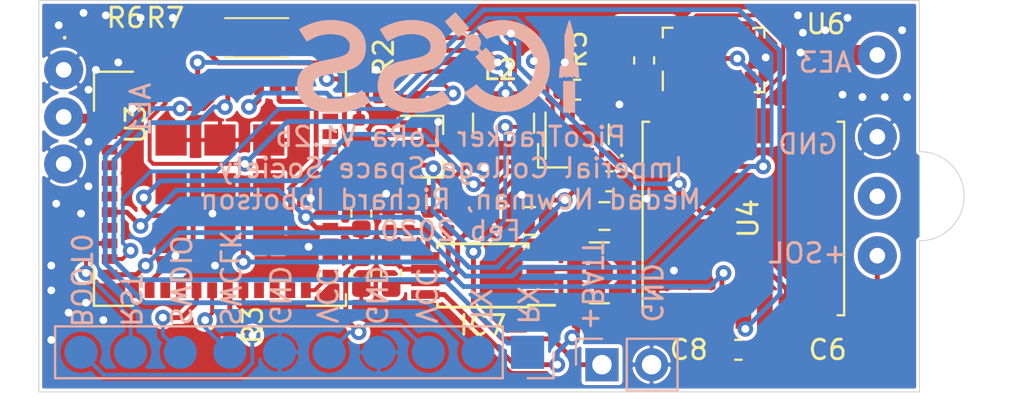
<source format=kicad_pcb>
(kicad_pcb (version 20171130) (host pcbnew "(5.1.2)-1")
  (title_block (title "PCB for Lora Pico Tracker") (date 2019-10-21) (company "Imperial College Space Society") (comment 1 "Richard Ibbotson, Medad Newman"))
  (layers (0 F.Cu signal) (31 B.Cu signal) (34 B.Paste user hide) (35 F.Paste user hide) (36 B.SilkS user) (37 F.SilkS user hide) (38 B.Mask user hide) (39 F.Mask user hide) (44 Edge.Cuts user))
  (net 0 "")
  (net 1 GND)
  (net 2 /I2C1_SDA)
  (net 3 /I2C1_SCL)
  (net 4 /RESET)
  (net 5 "Net-(AE1-Pad1)")
  (net 6 "Net-(D1-Pad2)")
  (net 7 /LED)
  (net 8 /SWITCH)
  (net 9 +SOL)
  (net 10 "Net-(AE3-Pad1)")
  (net 11 +BATT)
  (net 12 "Net-(C4-Pad1)")
  (net 13 VCC)
  (net 14 "Net-(C15-Pad2)")
  (net 15 "Net-(C15-Pad1)")
  (net 16 "Net-(C16-Pad1)")
  (net 17 "Net-(C17-Pad2)")
  (net 18 /GPS_TIMEPULSE)
  (net 19 "Net-(IC7-Pad3)")
  (net 20 /SENSOR_EN)
  (net 21 /SWDIO)
  (net 22 "Net-(L2-Pad2)")
  (net 23 /SWCLK)
  (net 24 /BATT_PWR_MEASURE)
  (net 25 "Net-(C13-Pad1)")
  (net 26 /SOLAR_VOLTS)
  (net 27 /BATT_VOLTS)
  (net 28 /TCXO_EN)
  (net 29 SENSOR_VCC)
  (net 30 /BOOT0)
  (net 31 /USART1_TX)
  (net 32 /USART1_RX)
  (net 33 "Net-(Q1-Pad3)")
  (net 34 /GPS_EXTINT)
  (module Connector_Wire:SolderWirePad_1x01_Drill0.8mm (layer F.Cu) (at 267.97 163.576)
    (fp_text reference J7 hide)
    (fp_text value Conn_01x01)
    (pad 1 thru_hole circle (at 0 0) (size 1.99898 1.99898) (drill 0.8001) (layers *.Cu *.Mask) (net 1 GND))
  )
  (module Connector_PinHeader_2.54mm:PinHeader_1x02_P2.54mm_Vertical (layer B.Cu) (at 295.529 178.689 270)
    (fp_text reference J4 hide)
    (fp_text value "Batt connection")
    (pad 2 thru_hole oval (at 0 -2.54 270) (size 1.7 1.7) (drill 1) (layers *.Cu *.Mask) (net 1 GND))
    (pad 1 thru_hole rect (at 0 0 270) (size 1.7 1.7) (drill 1) (layers *.Cu *.Mask) (net 11 +BATT))
  )
  (module RF_Module:CMWX1ZZABZ (layer F.Cu) (at 275.971 169.672 180)
    (fp_text reference U3 (at 4.318 3.302 90) (layer F.SilkS))
    (fp_text value CMWX1ZZABZ-078)
    (pad 38 smd rect (at 3.6 -5.2 270) (size 0.8 0.5) (layers F.Cu F.Paste F.Mask) (net 20 /SENSOR_EN))
    (pad 26 smd rect (at 5.65 3.6 180) (size 0.8 0.5) (layers F.Cu F.Paste F.Mask) (net 5 "Net-(AE1-Pad1)"))
    (pad 25 smd rect (at 5.65 4.4 180) (size 0.8 0.5) (layers F.Cu F.Paste F.Mask) (net 1 GND))
    (pad 24 smd rect (at 4.4 5.2 90) (size 0.8 0.5) (layers F.Cu F.Paste F.Mask) (net 7 /LED))
    (pad 23 smd rect (at 3.6 5.2 90) (size 0.8 0.5) (layers F.Cu F.Paste F.Mask) (net 8 /SWITCH))
    (pad 22 smd rect (at 2.8 5.2 90) (size 0.8 0.5) (layers F.Cu F.Paste F.Mask) (net 27 /BATT_VOLTS))
    (pad 21 smd rect (at 2 5.2 90) (size 0.8 0.5) (layers F.Cu F.Paste F.Mask) (net 26 /SOLAR_VOLTS))
    (pad 20 smd rect (at 1.2 5.2 90) (size 0.8 0.5) (layers F.Cu F.Paste F.Mask) (net 24 /BATT_PWR_MEASURE))
    (pad 19 smd rect (at 0.4 5.2 270) (size 0.8 0.5) (layers F.Cu F.Paste F.Mask) (net 31 /USART1_TX))
    (pad 18 smd rect (at -0.4 5.2 270) (size 0.8 0.5) (layers F.Cu F.Paste F.Mask) (net 32 /USART1_RX))
    (pad 17 smd rect (at -1.2 5.2 270) (size 0.8 0.5) (layers F.Cu F.Paste F.Mask))
    (pad 16 smd rect (at -2 5.2 270) (size 0.8 0.5) (layers F.Cu F.Paste F.Mask) (net 34 /GPS_EXTINT))
    (pad 15 smd rect (at -2.8 5.2 270) (size 0.8 0.5) (layers F.Cu F.Paste F.Mask) (net 18 /GPS_TIMEPULSE))
    (pad 14 smd rect (at -3.6 5.2 270) (size 0.8 0.5) (layers F.Cu F.Paste F.Mask))
    (pad 13 smd rect (at -4.4 5.2 270) (size 0.8 0.5) (layers F.Cu F.Paste F.Mask))
    (pad 12 smd rect (at -5.65 4.4 180) (size 0.8 0.5) (layers F.Cu F.Paste F.Mask))
    (pad 41 smd rect (at 1.2 -5.2 270) (size 0.8 0.5) (layers F.Cu F.Paste F.Mask) (net 21 /SWDIO))
    (pad 40 smd rect (at 2 -5.2 270) (size 0.8 0.5) (layers F.Cu F.Paste F.Mask))
    (pad 39 smd rect (at 2.8 -5.2 270) (size 0.8 0.5) (layers F.Cu F.Paste F.Mask))
    (pad 37 smd rect (at 4.4 -5.2 270) (size 0.8 0.5) (layers F.Cu F.Paste F.Mask))
    (pad 36 smd rect (at 5.65 -4.4 180) (size 0.8 0.5) (layers F.Cu F.Paste F.Mask) (net 2 /I2C1_SDA))
    (pad 35 smd rect (at 5.65 -3.6 180) (size 0.8 0.5) (layers F.Cu F.Paste F.Mask) (net 3 /I2C1_SCL))
    (pad 34 smd rect (at 5.65 -2.8 180) (size 0.8 0.5) (layers F.Cu F.Paste F.Mask) (net 4 /RESET))
    (pad 33 smd rect (at 5.65 -2 180) (size 0.8 0.5) (layers F.Cu F.Paste F.Mask))
    (pad 32 smd rect (at 5.65 -1.2 180) (size 0.8 0.5) (layers F.Cu F.Paste F.Mask) (net 13 VCC))
    (pad 31 smd rect (at 5.65 -0.4 180) (size 0.8 0.5) (layers F.Cu F.Paste F.Mask))
    (pad 30 smd rect (at 5.65 0.4 180) (size 0.8 0.5) (layers F.Cu F.Paste F.Mask))
    (pad 29 smd rect (at 5.65 1.2 180) (size 0.8 0.5) (layers F.Cu F.Paste F.Mask))
    (pad 28 smd rect (at 5.65 2 180) (size 0.8 0.5) (layers F.Cu F.Paste F.Mask))
    (pad 27 smd rect (at 5.65 2.8 180) (size 0.8 0.5) (layers F.Cu F.Paste F.Mask) (net 1 GND))
    (pad 11 smd rect (at -5.65 3.6 180) (size 0.8 0.5) (layers F.Cu F.Paste F.Mask))
    (pad 10 smd rect (at -5.65 2.8 180) (size 0.8 0.5) (layers F.Cu F.Paste F.Mask))
    (pad 9 smd rect (at -5.65 2 180) (size 0.8 0.5) (layers F.Cu F.Paste F.Mask))
    (pad 8 smd rect (at -5.65 1.2 180) (size 0.8 0.5) (layers F.Cu F.Paste F.Mask))
    (pad 7 smd rect (at -5.65 0.4 180) (size 0.8 0.5) (layers F.Cu F.Paste F.Mask) (net 1 GND))
    (pad 6 smd rect (at -5.65 -0.4 180) (size 0.8 0.5) (layers F.Cu F.Paste F.Mask) (net 13 VCC))
    (pad 5 smd rect (at -5.65 -1.2 180) (size 0.8 0.5) (layers F.Cu F.Paste F.Mask) (net 13 VCC))
    (pad 4 smd rect (at -5.65 -2 180) (size 0.8 0.5) (layers F.Cu F.Paste F.Mask) (net 13 VCC))
    (pad 3 smd rect (at -5.65 -2.8 180) (size 0.8 0.5) (layers F.Cu F.Paste F.Mask) (net 1 GND))
    (pad 2 smd rect (at -5.65 -3.6 180) (size 0.8 0.5) (layers F.Cu F.Paste F.Mask))
    (pad 1 smd rect (at -5.65 -4.4 180) (size 0.8 0.5) (layers F.Cu F.Paste F.Mask) (net 28 /TCXO_EN))
    (pad 42 smd rect (at 0.4 -5.2 270) (size 0.8 0.5) (layers F.Cu F.Paste F.Mask) (net 23 /SWCLK))
    (pad 43 smd rect (at -0.4 -5.2 270) (size 0.8 0.5) (layers F.Cu F.Paste F.Mask) (net 30 /BOOT0))
    (pad 44 smd rect (at -1.2 -5.2 270) (size 0.8 0.5) (layers F.Cu F.Paste F.Mask) (net 1 GND))
    (pad 45 smd rect (at -2 -5.2 270) (size 0.8 0.5) (layers F.Cu F.Paste F.Mask))
    (pad 46 smd rect (at -2.8 -5.2 270) (size 0.8 0.5) (layers F.Cu F.Paste F.Mask))
    (pad 47 smd rect (at -3.6 -5.2 270) (size 0.8 0.5) (layers F.Cu F.Paste F.Mask))
    (pad 48 smd rect (at -4.4 -5.2 270) (size 0.8 0.5) (layers F.Cu F.Paste F.Mask) (net 28 /TCXO_EN))
    (pad 49 smd rect (at -2.5 -2.5 270) (size 1.6 1.6) (layers F.Cu F.Paste F.Mask) (net 1 GND))
    (pad 50 smd rect (at 0 -2.5 270) (size 1.6 1.6) (layers F.Cu F.Paste F.Mask) (net 1 GND))
    (pad 51 smd rect (at 2.5 -2.5 270) (size 1.6 1.6) (layers F.Cu F.Paste F.Mask) (net 1 GND))
    (pad 52 smd rect (at -2.5 0 270) (size 1.6 1.6) (layers F.Cu F.Paste F.Mask) (net 1 GND))
    (pad 53 smd rect (at 0 0 270) (size 1.6 1.6) (layers F.Cu F.Paste F.Mask) (net 1 GND))
    (pad 54 smd rect (at 2.5 0 270) (size 1.6 1.6) (layers F.Cu F.Paste F.Mask) (net 1 GND))
    (pad 55 smd rect (at -2.5 2.5 270) (size 1.6 1.6) (layers F.Cu F.Paste F.Mask) (net 1 GND))
    (pad 56 smd rect (at 0 2.5 270) (size 1.6 1.6) (layers F.Cu F.Paste F.Mask) (net 1 GND))
    (pad 57 smd rect (at 2.5 2.5 270) (size 1.6 1.6) (layers F.Cu F.Paste F.Mask) (net 1 GND))
  )
  (module Connector_Wire:SolderWirePad_1x01_Drill0.8mm (layer F.Cu) (at 267.97 168.402)
    (fp_text reference J8 hide)
    (fp_text value Conn_01x01)
    (pad 1 thru_hole circle (at 0 0) (size 1.99898 1.99898) (drill 0.8001) (layers *.Cu *.Mask) (net 1 GND))
  )
  (module Package_TO_SOT_SMD:SOT-23 (layer F.Cu) (at 286.639 167.513)
    (fp_text reference Q1 hide)
    (fp_text value Q_PMOS_GSD)
    (pad 3 smd rect (at 1 0) (size 0.9 0.8) (layers F.Cu F.Paste F.Mask) (net 33 "Net-(Q1-Pad3)"))
    (pad 2 smd rect (at -1 0.95) (size 0.9 0.8) (layers F.Cu F.Paste F.Mask) (net 11 +BATT))
    (pad 1 smd rect (at -1 -0.95) (size 0.9 0.8) (layers F.Cu F.Paste F.Mask) (net 25 "Net-(C13-Pad1)"))
  )
  (module pico_tracker:10Pad (layer B.Cu) (at 291.719 178.054 90)
    (fp_text reference J1 hide)
    (fp_text value Conn_01x10)
    (pad 10 smd oval (at 0 -22.86 90) (size 1.7 1.7) (layers B.Cu B.Paste B.Mask) (net 30 /BOOT0))
    (pad 9 smd oval (at 0 -20.32 90) (size 1.7 1.7) (layers B.Cu B.Paste B.Mask) (net 4 /RESET))
    (pad 8 smd oval (at 0 -17.78 90) (size 1.7 1.7) (layers B.Cu B.Paste B.Mask) (net 21 /SWDIO))
    (pad 7 smd oval (at 0 -15.24 90) (size 1.7 1.7) (layers B.Cu B.Paste B.Mask) (net 23 /SWCLK))
    (pad 6 smd oval (at 0 -12.7 90) (size 1.7 1.7) (layers B.Cu B.Paste B.Mask) (net 1 GND))
    (pad 5 smd oval (at 0 -10.16 90) (size 1.7 1.7) (layers B.Cu B.Paste B.Mask) (net 13 VCC))
    (pad 4 smd oval (at 0 -7.62 90) (size 1.7 1.7) (layers B.Cu B.Paste B.Mask) (net 1 GND))
    (pad 3 smd oval (at 0 -5.08 90) (size 1.7 1.7) (layers B.Cu B.Paste B.Mask) (net 13 VCC))
    (pad 2 smd oval (at 0 -2.54 90) (size 1.7 1.7) (layers B.Cu B.Paste B.Mask) (net 31 /USART1_TX))
    (pad 1 smd rect (at 0 0 90) (size 1.7 1.7) (layers B.Cu B.Paste B.Mask) (net 32 /USART1_RX))
  )
  (module Resistor_SMD:R_0402_1005Metric (layer F.Cu) (at 284.584 164.973)
    (fp_text reference R15 hide)
    (fp_text value 100K)
    (pad 2 smd roundrect (at 0.485 0) (size 0.59 0.64) (layers F.Cu F.Paste F.Mask) (net 27 /BATT_VOLTS))
    (pad 1 smd roundrect (at -0.485 0) (size 0.59 0.64) (layers F.Cu F.Paste F.Mask) (net 33 "Net-(Q1-Pad3)"))
  )
  (module Resistor_SMD:R_0402_1005Metric (layer F.Cu) (at 286.512 164.973)
    (fp_text reference R16 hide)
    (fp_text value 100K)
    (pad 2 smd roundrect (at 0.485 0) (size 0.59 0.64) (layers F.Cu F.Paste F.Mask) (net 1 GND))
    (pad 1 smd roundrect (at -0.485 0) (size 0.59 0.64) (layers F.Cu F.Paste F.Mask) (net 27 /BATT_VOLTS))
  )
  (module flight-computer:L_Coilcraft_LPS3015 (layer F.Cu) (at 295.402 173.99)
    (fp_text reference L3 hide)
    (fp_text value 10uH)
    (pad 2 smd rect (at 0.78994 0.72898 135) (size 0.3 0.58) (layers F.Cu F.Paste F.Mask) (net 9 +SOL))
    (pad 2 smd rect (at 1.397 1.27 135.7) (size 0.36 0.36) (layers F.Cu F.Paste F.Mask) (net 9 +SOL))
    (pad 2 smd rect (at 0.94 1.175) (size 0.91 0.7) (layers F.Cu F.Paste F.Mask) (net 9 +SOL))
    (pad 2 smd rect (at 1.397 -1.27 225) (size 0.36 0.36) (layers F.Cu F.Paste F.Mask) (net 9 +SOL))
    (pad 2 smd rect (at 0.78994 -0.7239 225) (size 0.3 0.58) (layers F.Cu F.Paste F.Mask) (net 9 +SOL))
    (pad 2 smd rect (at 0.94 -1.175) (size 0.91 0.7) (layers F.Cu F.Paste F.Mask) (net 9 +SOL))
    (pad 2 smd rect (at 1.27 0) (size 0.76 2.54) (layers F.Cu F.Paste F.Mask) (net 9 +SOL))
    (pad 1 smd rect (at -0.79248 0.7239 225) (size 0.3 0.58) (layers F.Cu F.Paste F.Mask) (net 19 "Net-(IC7-Pad3)"))
    (pad 1 smd rect (at -0.94 1.175) (size 0.91 0.7) (layers F.Cu F.Paste F.Mask) (net 19 "Net-(IC7-Pad3)"))
    (pad 1 smd rect (at -1.397 1.27 225.5) (size 0.36 0.36) (layers F.Cu F.Paste F.Mask) (net 19 "Net-(IC7-Pad3)"))
    (pad 1 smd rect (at -1.397 -1.27 135) (size 0.36 0.36) (layers F.Cu F.Paste F.Mask) (net 19 "Net-(IC7-Pad3)"))
    (pad 1 smd rect (at -0.79248 -0.72644 135) (size 0.3 0.58) (layers F.Cu F.Paste F.Mask) (net 19 "Net-(IC7-Pad3)"))
    (pad 1 smd rect (at -0.94 -1.175) (size 0.91 0.7) (layers F.Cu F.Paste F.Mask) (net 19 "Net-(IC7-Pad3)"))
    (pad 1 smd rect (at -1.27 0) (size 0.76 2.54) (layers F.Cu F.Paste F.Mask) (net 19 "Net-(IC7-Pad3)"))
  )
  (module flight-computer:L_Coilcraft_LPS3015 (layer F.Cu) (at 290.481 166.319 270)
    (fp_text reference L2 (at -2.743 0.159 180) (layer F.SilkS))
    (fp_text value 2.2uH)
    (pad 2 smd rect (at 0.78994 0.72898 45) (size 0.3 0.58) (layers F.Cu F.Paste F.Mask) (net 22 "Net-(L2-Pad2)"))
    (pad 2 smd rect (at 1.397 1.27 45.7) (size 0.36 0.36) (layers F.Cu F.Paste F.Mask) (net 22 "Net-(L2-Pad2)"))
    (pad 2 smd rect (at 0.94 1.175 270) (size 0.91 0.7) (layers F.Cu F.Paste F.Mask) (net 22 "Net-(L2-Pad2)"))
    (pad 2 smd rect (at 1.397 -1.27 135) (size 0.36 0.36) (layers F.Cu F.Paste F.Mask) (net 22 "Net-(L2-Pad2)"))
    (pad 2 smd rect (at 0.78994 -0.7239 135) (size 0.3 0.58) (layers F.Cu F.Paste F.Mask) (net 22 "Net-(L2-Pad2)"))
    (pad 2 smd rect (at 0.94 -1.175 270) (size 0.91 0.7) (layers F.Cu F.Paste F.Mask) (net 22 "Net-(L2-Pad2)"))
    (pad 2 smd rect (at 1.27 0 270) (size 0.76 2.54) (layers F.Cu F.Paste F.Mask) (net 22 "Net-(L2-Pad2)"))
    (pad 1 smd rect (at -0.79248 0.7239 135) (size 0.3 0.58) (layers F.Cu F.Paste F.Mask) (net 13 VCC))
    (pad 1 smd rect (at -0.94 1.175 270) (size 0.91 0.7) (layers F.Cu F.Paste F.Mask) (net 13 VCC))
    (pad 1 smd rect (at -1.397 1.27 135.5) (size 0.36 0.36) (layers F.Cu F.Paste F.Mask) (net 13 VCC))
    (pad 1 smd rect (at -1.397 -1.27 45) (size 0.36 0.36) (layers F.Cu F.Paste F.Mask) (net 13 VCC))
    (pad 1 smd rect (at -0.79248 -0.72644 45) (size 0.3 0.58) (layers F.Cu F.Paste F.Mask) (net 13 VCC))
    (pad 1 smd rect (at -0.94 -1.175 270) (size 0.91 0.7) (layers F.Cu F.Paste F.Mask) (net 13 VCC))
    (pad 1 smd rect (at -1.27 0 270) (size 0.76 2.54) (layers F.Cu F.Paste F.Mask) (net 13 VCC))
  )
  (module Resistor_SMD:R_0402_1005Metric (layer F.Cu) (at 295.402 162.537 90)
    (fp_text reference R5 (at 0 -1.17 90) (layer F.SilkS))
    (fp_text value 4.7K)
    (pad 2 smd roundrect (at 0.485 0 90) (size 0.59 0.64) (layers F.Cu F.Paste F.Mask) (net 3 /I2C1_SCL))
    (pad 1 smd roundrect (at -0.485 0 90) (size 0.59 0.64) (layers F.Cu F.Paste F.Mask) (net 29 SENSOR_VCC))
  )
  (module Resistor_SMD:R_0402_1005Metric (layer F.Cu) (at 296.418 162.56 90)
    (fp_text reference R4 hide)
    (fp_text value 4.7K)
    (pad 2 smd roundrect (at 0.485 0 90) (size 0.59 0.64) (layers F.Cu F.Paste F.Mask) (net 2 /I2C1_SDA))
    (pad 1 smd roundrect (at -0.485 0 90) (size 0.59 0.64) (layers F.Cu F.Paste F.Mask) (net 29 SENSOR_VCC))
  )
  (module Capacitor_SMD:C_0402_1005Metric (layer F.Cu) (at 284.226 167.386 270)
    (fp_text reference C13 hide)
    (fp_text value 100nF)
    (pad 2 smd roundrect (at 0.485 0 270) (size 0.59 0.64) (layers F.Cu F.Paste F.Mask) (net 24 /BATT_PWR_MEASURE))
    (pad 1 smd roundrect (at -0.485 0 270) (size 0.59 0.64) (layers F.Cu F.Paste F.Mask) (net 25 "Net-(C13-Pad1)"))
  )
  (module Capacitor_SMD:C_0603_1608Metric (layer F.Cu) (at 283.21 170.942 90)
    (fp_text reference C7)
    (fp_text value 1uF)
    (pad 1 smd roundrect (at -0.7875 0 90) (size 0.875 0.95) (layers F.Cu F.Paste F.Mask) (net 13 VCC))
    (pad 2 smd roundrect (at 0.7875 0 90) (size 0.875 0.95) (layers F.Cu F.Paste F.Mask) (net 1 GND))
  )
  (module Capacitor_SMD:C_0402_1005Metric (layer F.Cu) (at 283.464 168.91)
    (fp_text reference C5)
    (fp_text value 100nF)
    (pad 1 smd roundrect (at -0.485 0) (size 0.59 0.64) (layers F.Cu F.Paste F.Mask) (net 13 VCC))
    (pad 2 smd roundrect (at 0.485 0) (size 0.59 0.64) (layers F.Cu F.Paste F.Mask) (net 1 GND))
  )
  (module flight-computer:EVPAWCD4A (layer F.Cu) (at 277.375 161.925 180)
    (fp_text reference SW1 hide)
    (fp_text value SW_Push hide)
    (pad 2 smd rect (at -2.1 0 180) (size 0.55 1.5) (layers F.Cu F.Paste F.Mask) (net 13 VCC))
    (pad 1 smd rect (at 1.15 0 180) (size 0.55 1.5) (layers F.Cu F.Paste F.Mask) (net 8 /SWITCH))
  )
  (module Connector_Wire:SolderWirePad_1x01_Drill0.8mm (layer B.Cu) (at 309.626 173.101)
    (fp_text reference J3 hide)
    (fp_text value +SOL)
    (pad 1 thru_hole circle (at 0 0) (size 1.99898 1.99898) (drill 0.8001) (layers *.Cu *.Mask) (net 9 +SOL))
  )
  (module Resistor_SMD:R_0402_1005Metric (layer F.Cu) (at 282.956 163.068 270)
    (fp_text reference R2 (at -0.127 -1.397 90) (layer F.SilkS))
    (fp_text value 100K)
    (pad 2 smd roundrect (at 0.485 0 270) (size 0.59 0.64) (layers F.Cu F.Paste F.Mask) (net 26 /SOLAR_VOLTS))
    (pad 1 smd roundrect (at -0.485 0 270) (size 0.59 0.64) (layers F.Cu F.Paste F.Mask) (net 9 +SOL))
  )
  (module Resistor_SMD:R_0402_1005Metric (layer F.Cu) (at 271.145 161.925)
    (fp_text reference R6 (at 0 -1.016) (layer F.SilkS))
    (fp_text value 1K)
    (pad 2 smd roundrect (at 0.485 0) (size 0.59 0.64) (layers F.Cu F.Paste F.Mask) (net 7 /LED))
    (pad 1 smd roundrect (at -0.485 0) (size 0.59 0.64) (layers F.Cu F.Paste F.Mask) (net 6 "Net-(D1-Pad2)"))
  )
  (module LED_SMD:LED_0402_1005Metric (layer F.Cu) (at 269.113 161.925)
    (fp_text reference D1 hide)
    (fp_text value LED)
    (pad 2 smd roundrect (at 0.485 0) (size 0.59 0.64) (layers F.Cu F.Paste F.Mask) (net 6 "Net-(D1-Pad2)"))
    (pad 1 smd roundrect (at -0.485 0) (size 0.59 0.64) (layers F.Cu F.Paste F.Mask) (net 1 GND))
  )
  (module Resistor_SMD:R_0402_1005Metric (layer F.Cu) (at 283.083 166.624 270)
    (fp_text reference R9 hide)
    (fp_text value 100K)
    (pad 2 smd roundrect (at 0.485 0 270) (size 0.59 0.64) (layers F.Cu F.Paste F.Mask) (net 1 GND))
    (pad 1 smd roundrect (at -0.485 0 270) (size 0.59 0.64) (layers F.Cu F.Paste F.Mask) (net 26 /SOLAR_VOLTS))
  )
  (module Capacitor_SMD:C_0402_1005Metric (layer F.Cu) (at 305.077 177.673)
    (fp_text reference C6 (at 2.009 0.254) (layer F.SilkS))
    (fp_text value 100nF)
    (pad 2 smd roundrect (at 0.485 0) (size 0.59 0.64) (layers F.Cu F.Paste F.Mask) (net 1 GND))
    (pad 1 smd roundrect (at -0.485 0) (size 0.59 0.64) (layers F.Cu F.Paste F.Mask) (net 29 SENSOR_VCC))
  )
  (module flight-computer:ICSS_Logo (layer B.Cu) (at 287.147 163.195 180)
    (fp_text reference J6 hide)
    (fp_text value "ICSS LOGO" hide)
  )
  (module Resistor_SMD:R_0402_1005Metric (layer F.Cu) (at 286.131 169.799 180)
    (fp_text reference R1 hide)
    (fp_text value 10K)
    (pad 2 smd roundrect (at 0.485 0 180) (size 0.59 0.64) (layers F.Cu F.Paste F.Mask) (net 25 "Net-(C13-Pad1)"))
    (pad 1 smd roundrect (at -0.485 0 180) (size 0.59 0.64) (layers F.Cu F.Paste F.Mask) (net 11 +BATT))
  )
  (module Diode_SMD:D_0402_1005Metric (layer F.Cu) (at 296.545 166.885 90)
    (fp_text reference D2 hide)
    (fp_text value D_Schottky)
    (pad 2 smd roundrect (at 0.485 0 90) (size 0.59 0.64) (layers F.Cu F.Paste F.Mask) (net 1 GND))
    (pad 1 smd roundrect (at -0.485 0 90) (size 0.59 0.64) (layers F.Cu F.Paste F.Mask) (net 11 +BATT))
  )
  (module Capacitor_SMD:C_0805_2012Metric (layer F.Cu) (at 291.846 171.323)
    (fp_text reference C17 hide)
    (fp_text value 22uF)
    (pad 2 smd roundrect (at 0.9375 0) (size 0.975 1.4) (layers F.Cu F.Paste F.Mask) (net 17 "Net-(C17-Pad2)"))
    (pad 1 smd roundrect (at -0.9375 0) (size 0.975 1.4) (layers F.Cu F.Paste F.Mask) (net 1 GND))
  )
  (module RF_GPS:ublox_MAX (layer F.Cu) (at 302.768 171.196 90)
    (fp_text reference U4 (at 0 0.254 90) (layer F.SilkS))
    (fp_text value MAX-M8C)
    (pad 18 smd rect (at 4.75 -4.4 90) (size 1.8 0.7) (layers F.Cu F.Paste F.Mask))
    (pad 17 smd rect (at 4.75 -3.3 90) (size 1.8 0.8) (layers F.Cu F.Paste F.Mask) (net 3 /I2C1_SCL))
    (pad 16 smd rect (at 4.75 -2.2 90) (size 1.8 0.8) (layers F.Cu F.Paste F.Mask) (net 2 /I2C1_SDA))
    (pad 15 smd rect (at 4.75 -1.1 90) (size 1.8 0.8) (layers F.Cu F.Paste F.Mask))
    (pad 14 smd rect (at 4.75 0 90) (size 1.8 0.8) (layers F.Cu F.Paste F.Mask))
    (pad 13 smd rect (at 4.75 1.1 90) (size 1.8 0.8) (layers F.Cu F.Paste F.Mask))
    (pad 12 smd rect (at 4.75 2.2 90) (size 1.8 0.8) (layers F.Cu F.Paste F.Mask) (net 1 GND))
    (pad 11 smd rect (at 4.75 3.3 90) (size 1.8 0.8) (layers F.Cu F.Paste F.Mask) (net 10 "Net-(AE3-Pad1)"))
    (pad 10 smd rect (at 4.75 4.4 90) (size 1.8 0.7) (layers F.Cu F.Paste F.Mask) (net 1 GND))
    (pad 9 smd rect (at -4.75 4.4 90) (size 1.8 0.7) (layers F.Cu F.Paste F.Mask) (net 29 SENSOR_VCC))
    (pad 8 smd rect (at -4.75 3.3 90) (size 1.8 0.8) (layers F.Cu F.Paste F.Mask) (net 29 SENSOR_VCC))
    (pad 7 smd rect (at -4.75 2.2 90) (size 1.8 0.8) (layers F.Cu F.Paste F.Mask) (net 29 SENSOR_VCC))
    (pad 6 smd rect (at -4.75 1.1 90) (size 1.8 0.8) (layers F.Cu F.Paste F.Mask))
    (pad 5 smd rect (at -4.75 0 90) (size 1.8 0.8) (layers F.Cu F.Paste F.Mask) (net 34 /GPS_EXTINT))
    (pad 4 smd rect (at -4.75 -1.1 90) (size 1.8 0.8) (layers F.Cu F.Paste F.Mask) (net 18 /GPS_TIMEPULSE))
    (pad 3 smd rect (at -4.75 -2.2 90) (size 1.8 0.8) (layers F.Cu F.Paste F.Mask))
    (pad 2 smd rect (at -4.75 -3.3 90) (size 1.8 0.8) (layers F.Cu F.Paste F.Mask))
    (pad 1 smd rect (at -4.75 -4.4 90) (size 1.8 0.7) (layers F.Cu F.Paste F.Mask) (net 1 GND))
  )
  (module Package_SON:WSON-12-1EP_3x2mm_P0.5mm_EP1x2.65 (layer F.Cu) (at 294.259 166.878 90)
    (fp_text reference U2 hide)
    (fp_text value TPS62740)
    (pad 13 smd rect (at 0 0 90) (size 1 2.65) (layers F.Cu F.Mask))
    (pad 12 smd rect (at 0.95 -1.25 90) (size 0.5 0.25) (layers F.Cu F.Paste F.Mask) (net 11 +BATT))
    (pad 11 smd rect (at 0.95 -0.75 90) (size 0.5 0.25) (layers F.Cu F.Paste F.Mask) (net 1 GND))
    (pad 10 smd rect (at 0.95 -0.25 90) (size 0.5 0.25) (layers F.Cu F.Paste F.Mask) (net 1 GND))
    (pad 9 smd rect (at 0.95 0.25 90) (size 0.5 0.25) (layers F.Cu F.Paste F.Mask) (net 11 +BATT))
    (pad 8 smd rect (at 0.95 0.75 90) (size 0.5 0.25) (layers F.Cu F.Paste F.Mask) (net 11 +BATT))
    (pad 7 smd rect (at 0.95 1.25 90) (size 0.5 0.25) (layers F.Cu F.Paste F.Mask))
    (pad 6 smd rect (at -0.95 1.25 90) (size 0.5 0.25) (layers F.Cu F.Paste F.Mask) (net 29 SENSOR_VCC))
    (pad 5 smd rect (at -0.95 0.75 90) (size 0.5 0.25) (layers F.Cu F.Paste F.Mask) (net 13 VCC))
    (pad 4 smd rect (at -0.95 0.25 90) (size 0.5 0.25) (layers F.Cu F.Paste F.Mask) (net 20 /SENSOR_EN))
    (pad 3 smd rect (at -0.95 -0.25 90) (size 0.5 0.25) (layers F.Cu F.Paste F.Mask) (net 1 GND))
    (pad 2 smd rect (at -0.95 -0.75 90) (size 0.5 0.25) (layers F.Cu F.Paste F.Mask) (net 22 "Net-(L2-Pad2)"))
    (pad 1 smd rect (at -0.95 -1.25 90) (size 0.5 0.25) (layers F.Cu F.Paste F.Mask) (net 11 +BATT))
  )
  (module Connector_Wire:SolderWirePad_1x01_Drill0.8mm (layer B.Cu) (at 309.626 170.053)
    (fp_text reference SolarCellMount1 hide)
    (fp_text value Unconnected)
    (pad 1 thru_hole circle (at 0 0) (size 1.99898 1.99898) (drill 0.8001) (layers *.Cu *.Mask))
  )
  (module Resistor_SMD:R_0402_1005Metric (layer F.Cu) (at 284.607 171.323 270)
    (fp_text reference R14 hide)
    (fp_text value 5.1M)
    (pad 2 smd roundrect (at 0.485 0 270) (size 0.59 0.64) (layers F.Cu F.Paste F.Mask) (net 16 "Net-(C16-Pad1)"))
    (pad 1 smd roundrect (at -0.485 0 270) (size 0.59 0.64) (layers F.Cu F.Paste F.Mask) (net 1 GND))
  )
  (module Resistor_SMD:R_0402_1005Metric (layer F.Cu) (at 286.639 171.346 90)
    (fp_text reference R13 hide)
    (fp_text value 10M)
    (pad 2 smd roundrect (at 0.485 0 90) (size 0.59 0.64) (layers F.Cu F.Paste F.Mask) (net 11 +BATT))
    (pad 1 smd roundrect (at -0.485 0 90) (size 0.59 0.64) (layers F.Cu F.Paste F.Mask) (net 16 "Net-(C16-Pad1)"))
  )
  (module Resistor_SMD:R_0402_1005Metric (layer F.Cu) (at 289.156 170.815 180)
    (fp_text reference R12 hide)
    (fp_text value 1Ohm)
    (pad 2 smd roundrect (at 0.485 0 180) (size 0.59 0.64) (layers F.Cu F.Paste F.Mask) (net 11 +BATT))
    (pad 1 smd roundrect (at -0.485 0 180) (size 0.59 0.64) (layers F.Cu F.Paste F.Mask) (net 17 "Net-(C17-Pad2)"))
  )
  (module Resistor_SMD:R_0402_1005Metric (layer F.Cu) (at 287.655 171.323 270)
    (fp_text reference R11 hide)
    (fp_text value 1K)
    (pad 2 smd roundrect (at 0.485 0 270) (size 0.59 0.64) (layers F.Cu F.Paste F.Mask) (net 14 "Net-(C15-Pad2)"))
    (pad 1 smd roundrect (at -0.485 0 270) (size 0.59 0.64) (layers F.Cu F.Paste F.Mask) (net 11 +BATT))
  )
  (module Resistor_SMD:R_0402_1005Metric (layer F.Cu) (at 289.179 171.831 180)
    (fp_text reference R10 hide)
    (fp_text value 1K)
    (pad 2 smd roundrect (at 0.485 0 180) (size 0.59 0.64) (layers F.Cu F.Paste F.Mask) (net 15 "Net-(C15-Pad1)"))
    (pad 1 smd roundrect (at -0.485 0 180) (size 0.59 0.64) (layers F.Cu F.Paste F.Mask) (net 17 "Net-(C17-Pad2)"))
  )
  (module Resistor_SMD:R_0402_1005Metric (layer F.Cu) (at 294.767 176.53 180)
    (fp_text reference R8 hide)
    (fp_text value 1K)
    (pad 2 smd roundrect (at 0.485 0 180) (size 0.59 0.64) (layers F.Cu F.Paste F.Mask) (net 12 "Net-(C4-Pad1)"))
    (pad 1 smd roundrect (at -0.485 0 180) (size 0.59 0.64) (layers F.Cu F.Paste F.Mask) (net 9 +SOL))
  )
  (module Resistor_SMD:R_0402_1005Metric (layer F.Cu) (at 276.479 176.657 270)
    (fp_text reference R3 (at 0 -1.17 90) (layer F.SilkS))
    (fp_text value 10K)
    (pad 2 smd roundrect (at 0.485 0 270) (size 0.59 0.64) (layers F.Cu F.Paste F.Mask) (net 1 GND))
    (pad 1 smd roundrect (at -0.485 0 270) (size 0.59 0.64) (layers F.Cu F.Paste F.Mask) (net 30 /BOOT0))
  )
  (module Capacitor_SMD:C_0402_1005Metric (layer F.Cu) (at 285.623 171.323 90)
    (fp_text reference C16 hide)
    (fp_text value 1nF)
    (pad 2 smd roundrect (at 0.485 0 90) (size 0.59 0.64) (layers F.Cu F.Paste F.Mask) (net 1 GND))
    (pad 1 smd roundrect (at -0.485 0 90) (size 0.59 0.64) (layers F.Cu F.Paste F.Mask) (net 16 "Net-(C16-Pad1)"))
  )
  (module Capacitor_SMD:C_0603_1608Metric (layer F.Cu) (at 284.734 173.99 90)
    (fp_text reference C15 hide)
    (fp_text value 1uF)
    (pad 2 smd roundrect (at 0.7875 0 90) (size 0.875 0.95) (layers F.Cu F.Paste F.Mask) (net 14 "Net-(C15-Pad2)"))
    (pad 1 smd roundrect (at -0.7875 0 90) (size 0.875 0.95) (layers F.Cu F.Paste F.Mask) (net 15 "Net-(C15-Pad1)"))
  )
  (module Capacitor_SMD:C_0603_1608Metric (layer F.Cu) (at 297.688 163.0935 90)
    (fp_text reference C14 hide)
    (fp_text value 220nF)
    (pad 2 smd roundrect (at 0.7875 0 90) (size 0.875 0.95) (layers F.Cu F.Paste F.Mask) (net 1 GND))
    (pad 1 smd roundrect (at -0.7875 0 90) (size 0.875 0.95) (layers F.Cu F.Paste F.Mask) (net 29 SENSOR_VCC))
  )
  (module Capacitor_SMD:C_0603_1608Metric (layer F.Cu) (at 295.91 169.291)
    (fp_text reference C12 hide)
    (fp_text value 10uF)
    (pad 2 smd roundrect (at 0.7875 0) (size 0.875 0.95) (layers F.Cu F.Paste F.Mask) (net 1 GND))
    (pad 1 smd roundrect (at -0.7875 0) (size 0.875 0.95) (layers F.Cu F.Paste F.Mask) (net 13 VCC))
  )
  (module Capacitor_SMD:C_0603_1608Metric (layer F.Cu) (at 302.514 177.927 180)
    (fp_text reference C8 (at 2.54 0) (layer F.SilkS))
    (fp_text value 10uF)
    (pad 2 smd roundrect (at 0.7875 0 180) (size 0.875 0.95) (layers F.Cu F.Paste F.Mask) (net 1 GND))
    (pad 1 smd roundrect (at -0.7875 0 180) (size 0.875 0.95) (layers F.Cu F.Paste F.Mask) (net 29 SENSOR_VCC))
  )
  (module Capacitor_SMD:C_0402_1005Metric (layer F.Cu) (at 292.608 176.53 180)
    (fp_text reference C4 hide)
    (fp_text value 1nF)
    (pad 2 smd roundrect (at 0.485 0 180) (size 0.59 0.64) (layers F.Cu F.Paste F.Mask) (net 1 GND))
    (pad 1 smd roundrect (at -0.485 0 180) (size 0.59 0.64) (layers F.Cu F.Paste F.Mask) (net 12 "Net-(C4-Pad1)"))
  )
  (module Capacitor_SMD:C_0805_2012Metric (layer F.Cu) (at 295.656 171.069 180)
    (fp_text reference C3 hide)
    (fp_text value 4.7uF)
    (pad 2 smd roundrect (at 0.9375 0 180) (size 0.975 1.4) (layers F.Cu F.Paste F.Mask) (net 1 GND))
    (pad 1 smd roundrect (at -0.9375 0 180) (size 0.975 1.4) (layers F.Cu F.Paste F.Mask) (net 9 +SOL))
  )
  (module Capacitor_SMD:C_0603_1608Metric (layer F.Cu) (at 294.259 164.592 180)
    (fp_text reference C2 hide)
    (fp_text value 10uF)
    (pad 2 smd roundrect (at 0.7875 0 180) (size 0.875 0.95) (layers F.Cu F.Paste F.Mask) (net 1 GND))
    (pad 1 smd roundrect (at -0.7875 0 180) (size 0.875 0.95) (layers F.Cu F.Paste F.Mask) (net 11 +BATT))
  )
  (module Connector_Wire:SolderWirePad_1x01_Drill0.8mm (layer B.Cu) (at 309.626 162.814)
    (fp_text reference AE3 (at -2.667 0.381) (layer B.SilkS) (effects (justify mirror)))
    (fp_text value "GPS Antenna")
    (pad 1 thru_hole circle (at 0 0) (size 1.99898 1.99898) (drill 0.8001) (layers *.Cu *.Mask) (net 10 "Net-(AE3-Pad1)"))
  )
  (module Package_SO:TSSOP-8_4.4x3mm_P0.65mm (layer F.Cu) (at 289.433 174.117 180)
    (fp_text reference IC7 (at 0 -2.55) (layer F.SilkS))
    (fp_text value SPV1040)
    (pad 8 smd rect (at 2.95 -0.975 180) (size 1.45 0.45) (layers F.Cu F.Paste F.Mask) (net 12 "Net-(C4-Pad1)"))
    (pad 7 smd rect (at 2.95 -0.325 180) (size 1.45 0.45) (layers F.Cu F.Paste F.Mask) (net 15 "Net-(C15-Pad1)"))
    (pad 6 smd rect (at 2.95 0.325 180) (size 1.45 0.45) (layers F.Cu F.Paste F.Mask) (net 14 "Net-(C15-Pad2)"))
    (pad 5 smd rect (at 2.95 0.975 180) (size 1.45 0.45) (layers F.Cu F.Paste F.Mask) (net 16 "Net-(C16-Pad1)"))
    (pad 4 smd rect (at -2.95 0.975 180) (size 1.45 0.45) (layers F.Cu F.Paste F.Mask) (net 17 "Net-(C17-Pad2)"))
    (pad 3 smd rect (at -2.95 0.325 180) (size 1.45 0.45) (layers F.Cu F.Paste F.Mask) (net 19 "Net-(IC7-Pad3)"))
    (pad 2 smd rect (at -2.95 -0.325 180) (size 1.45 0.45) (layers F.Cu F.Paste F.Mask) (net 1 GND))
    (pad 1 smd rect (at -2.95 -0.975 180) (size 1.45 0.45) (layers F.Cu F.Paste F.Mask) (net 12 "Net-(C4-Pad1)"))
  )
  (module flight-computer:SolderWirePad_1x01_Drill0.8mm (layer F.Cu) (at 312.674 170.053)
    (fp_text reference StringHole1 hide)
    (fp_text value Unconnected)
    (pad "" np_thru_hole circle (at 0 0) (size 0.8 0.8) (drill 0.8) (layers *.Cu *.Mask))
  )
  (module Connector_Wire:SolderWirePad_1x01_Drill0.8mm (layer F.Cu) (at 266.192 165.1)
    (fp_text reference AE1 (at 5.715 0.508 90) (layer B.SilkS) (effects (justify mirror)))
    (fp_text value "Lora Antenna")
    (pad 1 thru_hole circle (at 1.778 0.889) (size 1.99898 1.99898) (drill 0.8001) (layers *.Cu *.Mask) (net 5 "Net-(AE1-Pad1)"))
  )
  (module Resistor_SMD:R_0402_1005Metric (layer F.Cu) (at 273.177 161.925 180)
    (fp_text reference R7 (at 0 1.016) (layer F.SilkS))
    (fp_text value 100K)
    (pad 2 smd roundrect (at 0.485 0 180) (size 0.59 0.64) (layers F.Cu F.Paste F.Mask) (net 1 GND))
    (pad 1 smd roundrect (at -0.485 0 180) (size 0.59 0.64) (layers F.Cu F.Paste F.Mask) (net 8 /SWITCH))
  )
  (module Connector_Wire:SolderWirePad_1x01_Drill0.8mm (layer B.Cu) (at 309.626 167.005 90)
    (fp_text reference J2 hide)
    (fp_text value GND)
    (pad 1 thru_hole circle (at 0 0 90) (size 1.99898 1.99898) (drill 0.8001) (layers *.Cu *.Mask) (net 1 GND))
  )
  (module Capacitor_SMD:C_0402_1005Metric (layer F.Cu) (at 268.478 172.466 180)
    (fp_text reference C1 hide)
    (fp_text value 100nF)
    (pad 2 smd roundrect (at 0.485 0 180) (size 0.59 0.64) (layers F.Cu F.Paste F.Mask) (net 1 GND))
    (pad 1 smd roundrect (at -0.485 0 180) (size 0.59 0.64) (layers F.Cu F.Paste F.Mask) (net 4 /RESET))
  )
  (module Capacitor_SMD:C_0603_1608Metric (layer F.Cu) (at 283.21 173.99 270)
    (fp_text reference C10 hide)
    (fp_text value 10uF)
    (pad 2 smd roundrect (at 0.7875 0 270) (size 0.875 0.95) (layers F.Cu F.Paste F.Mask) (net 1 GND))
    (pad 1 smd roundrect (at -0.7875 0 270) (size 0.875 0.95) (layers F.Cu F.Paste F.Mask) (net 13 VCC))
  )
  (module Package_LGA:LGA-8_3x5mm_P1.25mm (layer F.Cu) (at 301.244 163.068 90)
    (fp_text reference U6 (at 1.837 5.745 180) (layer F.SilkS))
    (fp_text value MS5607-02BA)
    (pad 4 smd rect (at -1.075 1.875 90) (size 0.95 0.55) (layers F.Cu F.Paste F.Mask) (net 1 GND))
    (pad 1 smd rect (at -1.075 -1.875 90) (size 0.95 0.55) (layers F.Cu F.Paste F.Mask) (net 29 SENSOR_VCC))
    (pad 2 smd rect (at -1.075 -0.625 90) (size 0.95 0.55) (layers F.Cu F.Paste F.Mask) (net 29 SENSOR_VCC))
    (pad 3 smd rect (at -1.075 0.625 90) (size 0.95 0.55) (layers F.Cu F.Paste F.Mask) (net 1 GND))
    (pad 8 smd rect (at 1.075 -1.875 90) (size 0.95 0.55) (layers F.Cu F.Paste F.Mask) (net 3 /I2C1_SCL))
    (pad 7 smd rect (at 1.075 -0.625 90) (size 0.95 0.55) (layers F.Cu F.Paste F.Mask) (net 2 /I2C1_SDA))
    (pad 6 smd rect (at 1.075 0.625 90) (size 0.95 0.55) (layers F.Cu F.Paste F.Mask))
    (pad 5 smd rect (at 1.075 1.875 90) (size 0.95 0.55) (layers F.Cu F.Paste F.Mask) (net 1 GND))
  )
  (gr_text "GND\n" (at 298.069 175.006 270) (layer B.SilkS) (effects (font (size 1 1)) (justify mirror)))
  (gr_text +BATT (at 295.021 174.625 270) (layer B.SilkS) (effects (font (size 1 1)) (justify mirror)))
  (gr_text "GND\n" (at 306.07 167.386) (layer B.SilkS) (effects (font (size 1 1)) (justify mirror)))
  (gr_text +SOL (at 306.07 172.974) (layer B.SilkS) (effects (font (size 1 1)) (justify mirror)))
  (gr_text BOOT0 (at 268.859 174.371 270) (layer B.SilkS) (effects (font (size 1 1)) (justify mirror)))
  (gr_text RST (at 271.399 175.387 270) (layer B.SilkS) (effects (font (size 1 1)) (justify mirror)))
  (gr_text SWDIO (at 273.939 174.371 270) (layer B.SilkS) (effects (font (size 1 1)) (justify mirror)))
  (gr_text SWCLK (at 276.479 174.244 270) (layer B.SilkS) (effects (font (size 1 1)) (justify mirror)))
  (gr_text VCC (at 281.432 175.133 270) (layer B.SilkS) (effects (font (size 1 1)) (justify mirror)))
  (gr_text "GND\n" (at 279.019 175.133 270) (layer B.SilkS) (effects (font (size 1 1)) (justify mirror)))
  (gr_text "GND\n" (at 283.972 175.133 270) (layer B.SilkS) (effects (font (size 1 1)) (justify mirror)))
  (gr_text VCC (at 286.512 175.133 270) (layer B.SilkS) (effects (font (size 1 1)) (justify mirror)))
  (gr_text RX (at 291.719 175.641 270) (layer B.SilkS) (effects (font (size 1 1)) (justify mirror)))
  (gr_text TX (at 289.306 175.641 270) (layer B.SilkS) (effects (font (size 1 1)) (justify mirror)))
  (gr_line (start 266.7 160.02) (end 311.785 160.02) (layer Edge.Cuts) (width 0.05))
  (gr_line (start 266.7 180.086) (end 266.7 160.02) (layer Edge.Cuts) (width 0.05))
  (gr_line (start 311.785 180.086) (end 266.7 180.086) (layer Edge.Cuts) (width 0.05))
  (gr_text "PicoTracker LoRa V1.2b\nImperial College Space Society\nMedad Newman, Richard Ibbotson\nFeb 2020" (at 287.782 169.418) (layer B.SilkS) (effects (font (size 1 1)) (justify mirror)))
  (gr_line (start 311.785 160.02) (end 311.785 167.767) (layer Edge.Cuts) (width 0.05))
  (gr_arc (start 311.785 170.053) (end 311.785 172.339) (angle -180) (layer Edge.Cuts) (width 0.05))
  (gr_line (start 311.785 180.086) (end 311.785 172.339) (layer Edge.Cuts) (width 0.05))
  (segment (start 294.009 165.1295) (end 293.4715 164.592) (width 0.25) (layer F.Cu) (net 1))
  (segment (start 294.009 165.928) (end 294.009 165.1295) (width 0.25) (layer F.Cu) (net 1))
  (segment (start 293.509 164.6295) (end 293.4715 164.592) (width 0.25) (layer F.Cu) (net 1))
  (segment (start 293.509 165.928) (end 293.509 164.6295) (width 0.25) (layer F.Cu) (net 1))
  (segment (start 283.9235 170.1545) (end 284.607 170.838) (width 0.25) (layer F.Cu) (net 1))
  (segment (start 283.21 170.1545) (end 283.9235 170.1545) (width 0.25) (layer F.Cu) (net 1))
  (via (at 299.212 173.863) (size 0.8) (drill 0.4) (layers F.Cu B.Cu) (net 1))
  (via (at 297.815 170.18) (size 0.8) (drill 0.4) (layers F.Cu B.Cu) (net 1))
  (segment (start 300.969011 163.243011) (end 301.869 164.143) (width 0.25) (layer F.Cu) (net 1))
  (segment (start 298.625011 163.243011) (end 300.969011 163.243011) (width 0.25) (layer F.Cu) (net 1))
  (segment (start 297.688 162.306) (end 298.625011 163.243011) (width 0.25) (layer F.Cu) (net 1))
  (segment (start 291.535 174.442) (end 292.51 174.442) (width 0.25) (layer F.Cu) (net 1))
  (segment (start 291.435001 174.541999) (end 291.535 174.442) (width 0.25) (layer F.Cu) (net 1))
  (segment (start 291.338 175.745) (end 291.338 175.582002) (width 0.25) (layer F.Cu) (net 1))
  (segment (start 292.123 176.53) (end 291.338 175.745) (width 0.25) (layer F.Cu) (net 1))
  (segment (start 291.338 175.582002) (end 291.332999 175.577001) (width 0.25) (layer F.Cu) (net 1))
  (segment (start 291.332999 175.577001) (end 291.332999 174.606999) (width 0.25) (layer F.Cu) (net 1))
  (segment (start 291.332999 174.606999) (end 291.397999 174.541999) (width 0.25) (layer F.Cu) (net 1))
  (segment (start 291.397999 174.541999) (end 291.435001 174.541999) (width 0.25) (layer F.Cu) (net 1))
  (segment (start 290.9085 171.323) (end 290.9085 170.482508) (width 0.2) (layer F.Cu) (net 1))
  (segment (start 290.9085 170.482508) (end 291.414255 169.976753) (width 0.2) (layer F.Cu) (net 1))
  (via (at 291.414255 169.976753) (size 0.8) (drill 0.4) (layers F.Cu B.Cu) (net 1))
  (via (at 280.508537 172.646011) (size 0.8) (drill 0.4) (layers F.Cu B.Cu) (net 1))
  (segment (start 281.621 172.472) (end 280.682548 172.472) (width 0.25) (layer F.Cu) (net 1))
  (segment (start 278.945039 172.646011) (end 280.508537 172.646011) (width 0.25) (layer F.Cu) (net 1))
  (segment (start 278.471028 172.172) (end 278.945039 172.646011) (width 0.25) (layer F.Cu) (net 1))
  (segment (start 280.682548 172.472) (end 280.508537 172.646011) (width 0.25) (layer F.Cu) (net 1))
  (via (at 303.911 162.941) (size 0.8) (drill 0.4) (layers F.Cu B.Cu) (net 1))
  (via (at 273.692764 173.108764) (size 0.8) (drill 0.4) (layers F.Cu B.Cu) (net 1))
  (segment (start 273.471 172.172) (end 273.471 173.141) (width 0.25) (layer F.Cu) (net 1))
  (segment (start 273.471 173.141) (end 273.558 173.228) (width 0.25) (layer F.Cu) (net 1))
  (via (at 275.59 170.942) (size 0.8) (drill 0.4) (layers F.Cu B.Cu) (net 1))
  (via (at 284.48 169.926) (size 0.8) (drill 0.4) (layers F.Cu B.Cu) (net 1))
  (via (at 269.621 163.576) (size 0.8) (drill 0.4) (layers F.Cu B.Cu) (net 1))
  (via (at 267.716 161.29) (size 0.8) (drill 0.4) (layers F.Cu B.Cu) (net 1))
  (via (at 270.129 160.782) (size 0.8) (drill 0.4) (layers F.Cu B.Cu) (net 1))
  (via (at 269.24 164.592) (size 0.8) (drill 0.4) (layers F.Cu B.Cu) (net 1))
  (via (at 269.24 169.545) (size 0.8) (drill 0.4) (layers F.Cu B.Cu) (net 1))
  (via (at 269.24 167.259) (size 0.8) (drill 0.4) (layers F.Cu B.Cu) (net 1))
  (via (at 267.335 173.609) (size 0.8) (drill 0.4) (layers F.Cu B.Cu) (net 1))
  (via (at 270.764 163.195) (size 0.8) (drill 0.4) (layers F.Cu B.Cu) (net 1))
  (via (at 268.224 176.022) (size 0.8) (drill 0.4) (layers F.Cu B.Cu) (net 1))
  (via (at 270.002 176.403) (size 0.8) (drill 0.4) (layers F.Cu B.Cu) (net 1))
  (via (at 267.335 177.419) (size 0.8) (drill 0.4) (layers F.Cu B.Cu) (net 1))
  (via (at 267.335 174.879) (size 0.8) (drill 0.4) (layers F.Cu B.Cu) (net 1))
  (via (at 269.113 175.514) (size 0.8) (drill 0.4) (layers F.Cu B.Cu) (net 1))
  (via (at 273.558 160.909) (size 0.8) (drill 0.4) (layers F.Cu B.Cu) (net 1))
  (via (at 271.907 160.909) (size 0.8) (drill 0.4) (layers F.Cu B.Cu) (net 1))
  (via (at 268.986 160.655) (size 0.8) (drill 0.4) (layers F.Cu B.Cu) (net 1))
  (via (at 275.717 173.609) (size 0.8) (drill 0.4) (layers F.Cu B.Cu) (net 1))
  (via (at 306.959 161.544) (size 0.8) (drill 0.4) (layers F.Cu B.Cu) (net 1))
  (via (at 305.689 162.687) (size 0.8) (drill 0.4) (layers F.Cu B.Cu) (net 1))
  (via (at 305.562 160.782) (size 0.8) (drill 0.4) (layers F.Cu B.Cu) (net 1))
  (via (at 308.864 164.973) (size 0.8) (drill 0.4) (layers F.Cu B.Cu) (net 1))
  (via (at 311.15 164.973) (size 0.8) (drill 0.4) (layers F.Cu B.Cu) (net 1))
  (via (at 310.007 164.973) (size 0.8) (drill 0.4) (layers F.Cu B.Cu) (net 1))
  (via (at 310.896 161.544) (size 0.8) (drill 0.4) (layers F.Cu B.Cu) (net 1))
  (via (at 308.102 160.909) (size 0.8) (drill 0.4) (layers F.Cu B.Cu) (net 1))
  (via (at 305.816 161.671) (size 0.8) (drill 0.4) (layers F.Cu B.Cu) (net 1))
  (via (at 307.848 164.846) (size 0.8) (drill 0.4) (layers F.Cu B.Cu) (net 1))
  (via (at 289.508665 168.605563) (size 0.8) (drill 0.4) (layers F.Cu B.Cu) (net 1))
  (segment (start 292.020279 168.319981) (end 290.359932 168.319981) (width 0.2) (layer F.Cu) (net 1))
  (segment (start 294.009 168.308702) (end 293.53969 168.778012) (width 0.2) (layer F.Cu) (net 1))
  (segment (start 290.07435 168.605563) (end 289.508665 168.605563) (width 0.2) (layer F.Cu) (net 1))
  (segment (start 293.53969 168.778012) (end 292.47831 168.778012) (width 0.2) (layer F.Cu) (net 1))
  (segment (start 290.359932 168.319981) (end 290.07435 168.605563) (width 0.2) (layer F.Cu) (net 1))
  (segment (start 294.009 167.828) (end 294.009 168.308702) (width 0.2) (layer F.Cu) (net 1))
  (segment (start 292.47831 168.778012) (end 292.020279 168.319981) (width 0.2) (layer F.Cu) (net 1))
  (via (at 293.624 163.195) (size 0.8) (drill 0.4) (layers F.Cu B.Cu) (net 1))
  (segment (start 296.545 166.4) (end 296.545 165.471663) (width 0.25) (layer F.Cu) (net 1))
  (via (at 296.42266 165.349323) (size 0.8) (drill 0.4) (layers F.Cu B.Cu) (net 1))
  (segment (start 296.545 165.471663) (end 296.42266 165.349323) (width 0.25) (layer F.Cu) (net 1))
  (via (at 271.491079 165.573079) (size 0.8) (drill 0.4) (layers F.Cu B.Cu) (net 1))
  (via (at 287.147 166.243) (size 0.8) (drill 0.4) (layers F.Cu B.Cu) (net 1))
  (via (at 283.972 163.576) (size 0.8) (drill 0.4) (layers F.Cu B.Cu) (net 1))
  (segment (start 280.620988 169.554216) (end 280.620988 170.163325) (width 0.25) (layer F.Cu) (net 1))
  (segment (start 280.620988 169.622012) (end 280.620988 170.163325) (width 0.25) (layer F.Cu) (net 1))
  (segment (start 280.971 169.272) (end 280.620988 169.622012) (width 0.25) (layer F.Cu) (net 1))
  (segment (start 281.621 169.272) (end 280.971 169.272) (width 0.25) (layer F.Cu) (net 1))
  (via (at 280.620988 170.163325) (size 0.8) (drill 0.4) (layers F.Cu B.Cu) (net 1))
  (via (at 267.589 170.434) (size 0.8) (drill 0.4) (layers F.Cu B.Cu) (net 1))
  (via (at 268.859 170.942) (size 0.8) (drill 0.4) (layers F.Cu B.Cu) (net 1))
  (segment (start 300.619 162.193) (end 300.619 161.993) (width 0.25) (layer F.Cu) (net 2))
  (via (at 303.784 168.529) (size 0.8) (drill 0.4) (layers F.Cu B.Cu) (net 2))
  (segment (start 301.501 168.529) (end 303.784 168.529) (width 0.25) (layer F.Cu) (net 2))
  (segment (start 300.568 167.596) (end 301.501 168.529) (width 0.25) (layer F.Cu) (net 2))
  (segment (start 300.568 166.446) (end 300.568 167.596) (width 0.25) (layer F.Cu) (net 2))
  (segment (start 271.704222 174.072) (end 272.167231 173.608991) (width 0.25) (layer F.Cu) (net 2))
  (segment (start 291.380423 173.699001) (end 290.930422 174.149003) (width 0.25) (layer B.Cu) (net 2))
  (segment (start 273.855221 171.921001) (end 272.167231 173.608991) (width 0.25) (layer B.Cu) (net 2))
  (segment (start 303.784 168.529) (end 303.091313 168.529) (width 0.25) (layer B.Cu) (net 2))
  (segment (start 286.311346 171.921001) (end 273.855221 171.921001) (width 0.25) (layer B.Cu) (net 2))
  (segment (start 297.921312 173.699001) (end 291.380423 173.699001) (width 0.25) (layer B.Cu) (net 2))
  (segment (start 303.091313 168.529) (end 297.921312 173.699001) (width 0.25) (layer B.Cu) (net 2))
  (segment (start 288.539348 174.149003) (end 286.311346 171.921001) (width 0.25) (layer B.Cu) (net 2))
  (segment (start 270.321 174.072) (end 271.704222 174.072) (width 0.25) (layer F.Cu) (net 2))
  (via (at 272.167231 173.608991) (size 0.8) (drill 0.4) (layers F.Cu B.Cu) (net 2))
  (segment (start 290.930422 174.149003) (end 288.539348 174.149003) (width 0.25) (layer B.Cu) (net 2))
  (via (at 302.461007 162.993993) (size 0.8) (drill 0.4) (layers F.Cu B.Cu) (net 2))
  (segment (start 303.784 164.316986) (end 302.461007 162.993993) (width 0.25) (layer B.Cu) (net 2))
  (segment (start 301.419993 162.993993) (end 302.461007 162.993993) (width 0.25) (layer F.Cu) (net 2))
  (segment (start 303.784 168.529) (end 303.784 164.316986) (width 0.25) (layer B.Cu) (net 2))
  (segment (start 300.619 162.193) (end 301.419993 162.993993) (width 0.25) (layer F.Cu) (net 2))
  (segment (start 300.018999 162.793001) (end 300.619 162.193) (width 0.25) (layer F.Cu) (net 2))
  (segment (start 298.768999 162.728001) (end 298.833999 162.793001) (width 0.25) (layer F.Cu) (net 2))
  (segment (start 298.169484 161.54349) (end 298.768999 162.143005) (width 0.25) (layer F.Cu) (net 2))
  (segment (start 297.206516 161.54349) (end 298.169484 161.54349) (width 0.25) (layer F.Cu) (net 2))
  (segment (start 296.418 162.075) (end 296.675006 162.075) (width 0.25) (layer F.Cu) (net 2))
  (segment (start 298.768999 162.143005) (end 298.768999 162.728001) (width 0.25) (layer F.Cu) (net 2))
  (segment (start 298.833999 162.793001) (end 300.018999 162.793001) (width 0.25) (layer F.Cu) (net 2))
  (segment (start 296.675006 162.075) (end 297.206516 161.54349) (width 0.25) (layer F.Cu) (net 2))
  (segment (start 296.418 161.036) (end 295.402 162.052) (width 0.25) (layer F.Cu) (net 3))
  (segment (start 299.085 161.036) (end 296.418 161.036) (width 0.25) (layer F.Cu) (net 3))
  (segment (start 299.369 161.993) (end 299.369 161.32) (width 0.25) (layer F.Cu) (net 3))
  (segment (start 299.369 161.32) (end 299.085 161.036) (width 0.25) (layer F.Cu) (net 3))
  (segment (start 270.974 173.272) (end 271.399 172.847) (width 0.2) (layer F.Cu) (net 3))
  (via (at 271.399 172.847) (size 0.8) (drill 0.4) (layers F.Cu B.Cu) (net 3))
  (segment (start 270.321 173.272) (end 270.974 173.272) (width 0.2) (layer F.Cu) (net 3))
  (segment (start 299.369 161.793) (end 299.369 161.993) (width 0.2) (layer F.Cu) (net 3))
  (segment (start 300.38 160.782) (end 299.369 161.793) (width 0.2) (layer F.Cu) (net 3))
  (segment (start 299.468 165.346) (end 299.895999 164.918001) (width 0.2) (layer F.Cu) (net 3))
  (segment (start 299.468 166.446) (end 299.468 165.346) (width 0.2) (layer F.Cu) (net 3))
  (segment (start 299.895999 164.918001) (end 303.634001 164.918001) (width 0.2) (layer F.Cu) (net 3))
  (segment (start 303.634001 164.918001) (end 304.809313 163.742689) (width 0.2) (layer F.Cu) (net 3))
  (segment (start 303.53 160.782) (end 300.38 160.782) (width 0.2) (layer F.Cu) (net 3))
  (segment (start 304.809313 163.742689) (end 304.809313 162.061313) (width 0.2) (layer F.Cu) (net 3))
  (segment (start 304.809313 162.061313) (end 303.53 160.782) (width 0.2) (layer F.Cu) (net 3))
  (via (at 292.03398 163.124997) (size 0.8) (drill 0.4) (layers F.Cu B.Cu) (net 3))
  (segment (start 292.862 161.925) (end 292.03398 162.75302) (width 0.2) (layer F.Cu) (net 3))
  (segment (start 295.275 161.925) (end 292.862 161.925) (width 0.2) (layer F.Cu) (net 3))
  (segment (start 295.402 162.052) (end 295.275 161.925) (width 0.2) (layer F.Cu) (net 3))
  (segment (start 292.03398 162.75302) (end 292.03398 163.124997) (width 0.2) (layer F.Cu) (net 3))
  (segment (start 291.158391 160.918203) (end 292.03398 161.793792) (width 0.2) (layer B.Cu) (net 3))
  (segment (start 270.999001 170.198999) (end 272.415 168.783) (width 0.2) (layer B.Cu) (net 3))
  (segment (start 292.03398 161.793792) (end 292.03398 163.124997) (width 0.2) (layer B.Cu) (net 3))
  (segment (start 289.643991 160.918203) (end 291.158391 160.918203) (width 0.2) (layer B.Cu) (net 3))
  (segment (start 278.973892 165.579986) (end 284.982208 165.579986) (width 0.2) (layer B.Cu) (net 3))
  (segment (start 270.999001 172.447001) (end 270.999001 170.198999) (width 0.2) (layer B.Cu) (net 3))
  (segment (start 272.415 168.783) (end 275.770878 168.783) (width 0.2) (layer B.Cu) (net 3))
  (segment (start 275.770878 168.783) (end 278.973892 165.579986) (width 0.2) (layer B.Cu) (net 3))
  (segment (start 284.982208 165.579986) (end 289.643991 160.918203) (width 0.2) (layer B.Cu) (net 3))
  (segment (start 271.399 172.847) (end 270.999001 172.447001) (width 0.2) (layer B.Cu) (net 3))
  (segment (start 268.969 172.472) (end 268.963 172.466) (width 0.25) (layer F.Cu) (net 4))
  (segment (start 270.321 172.472) (end 268.969 172.472) (width 0.25) (layer F.Cu) (net 4))
  (via (at 269.113 173.99) (size 0.8) (drill 0.4) (layers F.Cu B.Cu) (net 4))
  (segment (start 271.399 178.054) (end 271.399 176.276) (width 0.2) (layer B.Cu) (net 4))
  (segment (start 271.399 176.276) (end 269.113 173.99) (width 0.2) (layer B.Cu) (net 4))
  (segment (start 269.113 172.616) (end 268.963 172.466) (width 0.2) (layer F.Cu) (net 4))
  (segment (start 269.113 173.99) (end 269.113 172.616) (width 0.2) (layer F.Cu) (net 4))
  (segment (start 268.053 166.072) (end 267.97 165.989) (width 0.5) (layer F.Cu) (net 5))
  (segment (start 270.321 166.072) (end 268.053 166.072) (width 0.5) (layer F.Cu) (net 5))
  (segment (start 269.598 161.925) (end 270.66 161.925) (width 0.25) (layer F.Cu) (net 6))
  (segment (start 271.571 161.984) (end 271.63 161.925) (width 0.25) (layer F.Cu) (net 7))
  (segment (start 271.571 164.472) (end 271.571 161.984) (width 0.25) (layer F.Cu) (net 7))
  (segment (start 273.662 162.345) (end 273.662 161.925) (width 0.25) (layer F.Cu) (net 8))
  (segment (start 272.371 164.472) (end 272.371 163.636) (width 0.25) (layer F.Cu) (net 8))
  (segment (start 272.371 163.636) (end 273.662 162.345) (width 0.25) (layer F.Cu) (net 8))
  (segment (start 273.662 161.925) (end 276.225 161.925) (width 0.25) (layer F.Cu) (net 8))
  (segment (start 296.693 173.355) (end 296.693 170.5335) (width 0.25) (layer F.Cu) (net 9))
  (segment (start 296.693 173.99) (end 296.693 175.04) (width 0.25) (layer F.Cu) (net 9))
  (via (at 299.466 169.418) (size 0.8) (drill 0.4) (layers F.Cu B.Cu) (net 9))
  (segment (start 299.466 170.18) (end 299.466 169.418) (width 0.25) (layer F.Cu) (net 9))
  (segment (start 296.3395 171.069) (end 298.577 171.069) (width 0.25) (layer F.Cu) (net 9))
  (segment (start 298.577 171.069) (end 299.466 170.18) (width 0.25) (layer F.Cu) (net 9))
  (via (at 290.86666 161.713378) (size 0.8) (drill 0.4) (layers F.Cu B.Cu) (net 9))
  (segment (start 295.252 176.509) (end 296.596 175.165) (width 0.2) (layer F.Cu) (net 9))
  (segment (start 295.252 176.53) (end 295.252 176.509) (width 0.2) (layer F.Cu) (net 9))
  (segment (start 296.672 173.145) (end 296.342 172.815) (width 0.2) (layer F.Cu) (net 9))
  (segment (start 296.672 173.99) (end 296.672 173.145) (width 0.2) (layer F.Cu) (net 9))
  (segment (start 296.19194 172.96506) (end 296.342 172.815) (width 0.2) (layer F.Cu) (net 9))
  (segment (start 296.19194 173.2661) (end 296.19194 172.96506) (width 0.2) (layer F.Cu) (net 9))
  (segment (start 296.19194 175.01494) (end 296.342 175.165) (width 0.2) (layer F.Cu) (net 9))
  (segment (start 296.19194 174.71898) (end 296.19194 175.01494) (width 0.2) (layer F.Cu) (net 9))
  (segment (start 295.252 176.761) (end 295.252 176.53) (width 0.25) (layer F.Cu) (net 9))
  (segment (start 309.626 177.546) (end 307.975 179.197) (width 0.25) (layer F.Cu) (net 9))
  (segment (start 309.626 173.101) (end 309.626 177.546) (width 0.25) (layer F.Cu) (net 9))
  (segment (start 307.975 179.197) (end 301.625 179.197) (width 0.25) (layer F.Cu) (net 9))
  (segment (start 301.625 179.197) (end 299.72 177.292) (width 0.25) (layer F.Cu) (net 9))
  (segment (start 299.72 177.292) (end 295.783 177.292) (width 0.25) (layer F.Cu) (net 9))
  (segment (start 295.783 177.292) (end 295.252 176.761) (width 0.25) (layer F.Cu) (net 9))
  (segment (start 291.047002 163.943587) (end 291.047002 162.459405) (width 0.25) (layer F.Cu) (net 9))
  (segment (start 291.047002 162.459405) (end 290.86666 162.279063) (width 0.25) (layer F.Cu) (net 9))
  (segment (start 282.956 162.583) (end 288.509996 162.583) (width 0.25) (layer F.Cu) (net 9))
  (segment (start 289.974007 164.047011) (end 290.943578 164.047011) (width 0.25) (layer F.Cu) (net 9))
  (segment (start 288.509996 162.583) (end 289.974007 164.047011) (width 0.25) (layer F.Cu) (net 9))
  (segment (start 290.943578 164.047011) (end 291.047002 163.943587) (width 0.25) (layer F.Cu) (net 9))
  (segment (start 290.86666 162.279063) (end 290.86666 161.713378) (width 0.25) (layer F.Cu) (net 9))
  (segment (start 297.282568 169.418) (end 291.266659 163.402091) (width 0.25) (layer B.Cu) (net 9))
  (segment (start 299.466 169.418) (end 297.282568 169.418) (width 0.25) (layer B.Cu) (net 9))
  (segment (start 291.266659 163.402091) (end 291.266659 162.113377) (width 0.25) (layer B.Cu) (net 9))
  (segment (start 291.266659 162.113377) (end 290.86666 161.713378) (width 0.25) (layer B.Cu) (net 9))
  (segment (start 306.082001 166.357999) (end 306.082001 166.446) (width 1.028) (layer F.Cu) (net 10))
  (segment (start 306.103999 166.336001) (end 306.082001 166.357999) (width 1.028) (layer F.Cu) (net 10))
  (segment (start 306.103999 164.974799) (end 306.103999 166.336001) (width 1.028) (layer F.Cu) (net 10))
  (segment (start 309.626 162.814) (end 308.264798 162.814) (width 1.028) (layer F.Cu) (net 10))
  (segment (start 308.264798 162.814) (end 306.103999 164.974799) (width 1.028) (layer F.Cu) (net 10))
  (segment (start 286.431 170.815) (end 286.385 170.861) (width 0.25) (layer F.Cu) (net 11))
  (segment (start 288.417 170.815) (end 286.431 170.815) (width 0.25) (layer F.Cu) (net 11))
  (segment (start 295.009 164.6295) (end 295.0465 164.592) (width 0.25) (layer F.Cu) (net 11))
  (segment (start 295.009 165.928) (end 295.009 164.6295) (width 0.25) (layer F.Cu) (net 11))
  (segment (start 294.509 165.1295) (end 295.0465 164.592) (width 0.25) (layer F.Cu) (net 11))
  (segment (start 294.509 165.928) (end 294.509 165.1295) (width 0.25) (layer F.Cu) (net 11))
  (segment (start 286.385 170.03) (end 286.616 169.799) (width 0.25) (layer F.Cu) (net 11))
  (segment (start 286.385 170.861) (end 286.385 170.03) (width 0.25) (layer F.Cu) (net 11))
  (segment (start 293.009 165.928) (end 293.009 165.707999) (width 0.25) (layer F.Cu) (net 11))
  (segment (start 292.717227 167.828) (end 292.608999 167.719772) (width 0.25) (layer F.Cu) (net 11))
  (segment (start 292.608999 167.719772) (end 292.608999 165.953001) (width 0.25) (layer F.Cu) (net 11))
  (segment (start 292.634 165.928) (end 293.009 165.928) (width 0.25) (layer F.Cu) (net 11))
  (segment (start 292.608999 165.953001) (end 292.634 165.928) (width 0.25) (layer F.Cu) (net 11))
  (segment (start 293.009 167.828) (end 292.717227 167.828) (width 0.25) (layer F.Cu) (net 11))
  (via (at 288.947212 172.895136) (size 0.8) (drill 0.4) (layers F.Cu B.Cu) (net 11))
  (via (at 290.576 166.497) (size 0.8) (drill 0.4) (layers F.Cu B.Cu) (net 11))
  (segment (start 292.239002 166.497) (end 290.576 166.497) (width 0.2) (layer F.Cu) (net 11))
  (segment (start 292.306001 166.563999) (end 292.239002 166.497) (width 0.2) (layer F.Cu) (net 11))
  (segment (start 292.306001 167.450001) (end 292.306001 166.563999) (width 0.2) (layer F.Cu) (net 11))
  (segment (start 293.009 167.828) (end 292.684 167.828) (width 0.2) (layer F.Cu) (net 11))
  (segment (start 292.684 167.828) (end 292.306001 167.450001) (width 0.2) (layer F.Cu) (net 11))
  (segment (start 290.576 171.266348) (end 288.947212 172.895136) (width 0.2) (layer B.Cu) (net 11))
  (segment (start 290.576 166.497) (end 290.576 171.266348) (width 0.2) (layer B.Cu) (net 11))
  (segment (start 292.73399 162.990687) (end 293.399666 162.325011) (width 0.2) (layer F.Cu) (net 11))
  (segment (start 293.009 165.928) (end 293.009 165.33814) (width 0.2) (layer F.Cu) (net 11))
  (segment (start 294.278011 162.325011) (end 294.584888 162.631888) (width 0.2) (layer F.Cu) (net 11))
  (segment (start 294.584888 162.631888) (end 294.584888 164.130388) (width 0.2) (layer F.Cu) (net 11))
  (segment (start 293.399666 162.325011) (end 294.278011 162.325011) (width 0.2) (layer F.Cu) (net 11))
  (segment (start 294.584888 164.130388) (end 295.0465 164.592) (width 0.2) (layer F.Cu) (net 11))
  (segment (start 292.73399 165.06313) (end 292.73399 162.990687) (width 0.2) (layer F.Cu) (net 11))
  (segment (start 293.009 165.33814) (end 292.73399 165.06313) (width 0.2) (layer F.Cu) (net 11))
  (segment (start 295.517502 164.120998) (end 295.0465 164.592) (width 0.25) (layer F.Cu) (net 11))
  (segment (start 296.512002 164.120998) (end 295.517502 164.120998) (width 0.25) (layer F.Cu) (net 11))
  (segment (start 297.242988 167.092012) (end 297.242988 164.851984) (width 0.25) (layer F.Cu) (net 11))
  (segment (start 296.965 167.37) (end 297.242988 167.092012) (width 0.25) (layer F.Cu) (net 11))
  (segment (start 296.545 167.37) (end 296.965 167.37) (width 0.25) (layer F.Cu) (net 11))
  (segment (start 297.242988 164.851984) (end 296.512002 164.120998) (width 0.25) (layer F.Cu) (net 11))
  (segment (start 288.947212 172.895136) (end 286.893 170.840924) (width 0.25) (layer B.Cu) (net 11))
  (via (at 286.893 168.61901) (size 0.8) (drill 0.4) (layers F.Cu B.Cu) (net 11))
  (segment (start 286.893 170.840924) (end 286.893 168.61901) (width 0.25) (layer B.Cu) (net 11))
  (segment (start 288.671 170.815) (end 286.893 169.037) (width 0.25) (layer F.Cu) (net 11))
  (segment (start 286.893 169.037) (end 286.893 168.61901) (width 0.25) (layer F.Cu) (net 11))
  (segment (start 285.639 168.463) (end 286.73699 168.463) (width 0.25) (layer F.Cu) (net 11))
  (segment (start 286.73699 168.463) (end 286.893 168.61901) (width 0.25) (layer F.Cu) (net 11))
  (segment (start 288.947212 175.879237) (end 288.947212 172.895136) (width 0.25) (layer F.Cu) (net 11))
  (segment (start 290.432484 177.364509) (end 288.947212 175.879237) (width 0.25) (layer F.Cu) (net 11))
  (segment (start 293.004503 177.364509) (end 290.432484 177.364509) (width 0.25) (layer F.Cu) (net 11))
  (segment (start 295.529 178.689) (end 294.328994 178.689) (width 0.25) (layer F.Cu) (net 11))
  (segment (start 294.328994 178.689) (end 293.004503 177.364509) (width 0.25) (layer F.Cu) (net 11))
  (segment (start 293.093 175.675) (end 293.093 176.53) (width 0.25) (layer F.Cu) (net 12))
  (segment (start 292.51 175.092) (end 293.093 175.675) (width 0.25) (layer F.Cu) (net 12))
  (segment (start 294.282 176.53) (end 293.093 176.53) (width 0.25) (layer F.Cu) (net 12))
  (via (at 293.243 178.689) (size 0.8) (drill 0.4) (layers F.Cu B.Cu) (net 12))
  (segment (start 291.055 178.689) (end 293.243 178.689) (width 0.25) (layer F.Cu) (net 12))
  (segment (start 286.483 175.092) (end 287.458 175.092) (width 0.25) (layer F.Cu) (net 12))
  (segment (start 287.458 175.092) (end 291.055 178.689) (width 0.25) (layer F.Cu) (net 12))
  (via (at 294.004994 177.292) (size 0.8) (drill 0.4) (layers F.Cu B.Cu) (net 12))
  (segment (start 293.243 178.689) (end 293.243 178.053994) (width 0.25) (layer B.Cu) (net 12))
  (segment (start 293.243 178.053994) (end 294.004994 177.292) (width 0.25) (layer B.Cu) (net 12))
  (segment (start 294.282 177.014994) (end 294.004994 177.292) (width 0.25) (layer F.Cu) (net 12))
  (segment (start 294.282 176.53) (end 294.282 177.014994) (width 0.25) (layer F.Cu) (net 12))
  (segment (start 295.009 169.076) (end 295.009 167.828) (width 0.25) (layer F.Cu) (net 13))
  (segment (start 295.224 169.291) (end 295.009 169.076) (width 0.25) (layer F.Cu) (net 13))
  (segment (start 281.6785 171.7295) (end 281.621 171.672) (width 0.25) (layer F.Cu) (net 13))
  (segment (start 283.21 171.7295) (end 281.6785 171.7295) (width 0.25) (layer F.Cu) (net 13))
  (segment (start 283.21 171.7295) (end 283.21 173.2025) (width 0.25) (layer F.Cu) (net 13))
  (segment (start 289.444968 165.52652) (end 289.7571 165.52652) (width 0.2) (layer F.Cu) (net 13))
  (segment (start 289.26348 165.52652) (end 289.444968 165.52652) (width 0.2) (layer F.Cu) (net 13))
  (segment (start 289.7571 165.52652) (end 291.20744 165.52652) (width 0.2) (layer F.Cu) (net 13))
  (segment (start 291.50848 165.52652) (end 291.656 165.379) (width 0.2) (layer F.Cu) (net 13))
  (segment (start 291.20744 165.52652) (end 291.50848 165.52652) (width 0.2) (layer F.Cu) (net 13))
  (via (at 293.626007 170.251322) (size 0.8) (drill 0.4) (layers F.Cu B.Cu) (net 13))
  (segment (start 295.1225 169.291) (end 294.660888 169.752612) (width 0.25) (layer F.Cu) (net 13))
  (segment (start 294.124717 169.752612) (end 293.626007 170.251322) (width 0.25) (layer F.Cu) (net 13))
  (segment (start 294.660888 169.752612) (end 294.124717 169.752612) (width 0.25) (layer F.Cu) (net 13))
  (segment (start 282.979 169.149002) (end 282.979 168.91) (width 0.25) (layer F.Cu) (net 13))
  (segment (start 282.056002 170.072) (end 282.40999 169.718012) (width 0.25) (layer F.Cu) (net 13))
  (segment (start 281.621 170.072) (end 282.056002 170.072) (width 0.25) (layer F.Cu) (net 13))
  (segment (start 282.40999 169.718012) (end 282.40999 169.710516) (width 0.25) (layer F.Cu) (net 13))
  (segment (start 282.40999 169.710516) (end 282.728516 169.39199) (width 0.25) (layer F.Cu) (net 13))
  (segment (start 282.728516 169.39199) (end 282.736012 169.39199) (width 0.25) (layer F.Cu) (net 13))
  (segment (start 282.736012 169.39199) (end 282.979 169.149002) (width 0.25) (layer F.Cu) (net 13))
  (via (at 283.073686 177.028686) (size 0.8) (drill 0.4) (layers F.Cu B.Cu) (net 13))
  (segment (start 283.21 173.2025) (end 282.40999 174.00251) (width 0.25) (layer F.Cu) (net 13))
  (segment (start 282.40999 174.00251) (end 282.40999 176.36499) (width 0.25) (layer F.Cu) (net 13))
  (segment (start 286.639 178.054) (end 285.213687 176.628687) (width 0.2) (layer B.Cu) (net 13))
  (segment (start 285.213687 176.628687) (end 283.473685 176.628687) (width 0.2) (layer B.Cu) (net 13))
  (segment (start 283.473685 176.628687) (end 283.073686 177.028686) (width 0.2) (layer B.Cu) (net 13))
  (segment (start 282.584314 177.028686) (end 283.073686 177.028686) (width 0.2) (layer B.Cu) (net 13))
  (segment (start 281.559 178.054) (end 282.584314 177.028686) (width 0.2) (layer B.Cu) (net 13))
  (segment (start 282.40999 176.36499) (end 283.073686 177.028686) (width 0.25) (layer F.Cu) (net 13))
  (via (at 271.906999 171.577) (size 0.8) (drill 0.4) (layers F.Cu B.Cu) (net 13))
  (segment (start 270.321 170.872) (end 271.201999 170.872) (width 0.25) (layer F.Cu) (net 13))
  (segment (start 271.201999 170.872) (end 271.906999 171.577) (width 0.25) (layer F.Cu) (net 13))
  (segment (start 290.595577 164.772012) (end 290.595577 163.595577) (width 0.25) (layer B.Cu) (net 13))
  (segment (start 288.925 161.925) (end 290.195 163.195) (width 0.25) (layer F.Cu) (net 13))
  (via (at 290.195 163.195) (size 0.8) (drill 0.4) (layers F.Cu B.Cu) (net 13))
  (segment (start 290.595577 163.595577) (end 290.195 163.195) (width 0.25) (layer B.Cu) (net 13))
  (segment (start 279.475 161.925) (end 288.925 161.925) (width 0.25) (layer F.Cu) (net 13))
  (segment (start 290.703 165.27) (end 290.595577 165.162577) (width 0.25) (layer F.Cu) (net 13))
  (via (at 290.595577 164.772012) (size 0.8) (drill 0.4) (layers F.Cu B.Cu) (net 13))
  (segment (start 290.595577 165.162577) (end 290.595577 164.772012) (width 0.25) (layer F.Cu) (net 13))
  (segment (start 290.021006 170.16999) (end 288.6624 170.16999) (width 0.25) (layer F.Cu) (net 13))
  (segment (start 288.630999 168.430562) (end 288.630999 166.159001) (width 0.25) (layer F.Cu) (net 13))
  (segment (start 287.978011 169.485601) (end 287.978011 169.08355) (width 0.25) (layer F.Cu) (net 13))
  (segment (start 289.306 165.484) (end 289.306 165.379) (width 0.25) (layer F.Cu) (net 13))
  (segment (start 292.714154 170.251322) (end 291.66383 169.200998) (width 0.25) (layer F.Cu) (net 13))
  (segment (start 288.630999 166.159001) (end 289.306 165.484) (width 0.25) (layer F.Cu) (net 13))
  (segment (start 290.989998 169.200998) (end 290.021006 170.16999) (width 0.25) (layer F.Cu) (net 13))
  (segment (start 291.66383 169.200998) (end 290.989998 169.200998) (width 0.25) (layer F.Cu) (net 13))
  (segment (start 293.626007 170.251322) (end 292.714154 170.251322) (width 0.25) (layer F.Cu) (net 13))
  (segment (start 287.978011 169.08355) (end 288.630999 168.430562) (width 0.25) (layer F.Cu) (net 13))
  (segment (start 288.6624 170.16999) (end 287.978011 169.485601) (width 0.25) (layer F.Cu) (net 13))
  (via (at 280.369298 171.131145) (size 0.8) (drill 0.4) (layers F.Cu B.Cu) (net 13))
  (segment (start 280.711855 171.131145) (end 280.369298 171.131145) (width 0.25) (layer F.Cu) (net 13))
  (segment (start 280.971 170.872) (end 280.711855 171.131145) (width 0.25) (layer F.Cu) (net 13))
  (segment (start 280.910153 171.672) (end 280.369298 171.131145) (width 0.25) (layer F.Cu) (net 13))
  (segment (start 281.621 171.672) (end 280.910153 171.672) (width 0.25) (layer F.Cu) (net 13))
  (segment (start 288.725748 173.698992) (end 286.157901 171.131145) (width 0.25) (layer B.Cu) (net 13))
  (segment (start 281.061855 171.131145) (end 280.369298 171.131145) (width 0.25) (layer F.Cu) (net 13))
  (segment (start 286.157901 171.131145) (end 280.369298 171.131145) (width 0.25) (layer B.Cu) (net 13))
  (segment (start 281.621 170.072) (end 281.621 170.572) (width 0.25) (layer F.Cu) (net 13))
  (segment (start 293.626007 170.251322) (end 290.178337 173.698992) (width 0.25) (layer B.Cu) (net 13))
  (segment (start 281.621 170.872) (end 280.971 170.872) (width 0.25) (layer F.Cu) (net 13))
  (segment (start 290.178337 173.698992) (end 288.725748 173.698992) (width 0.25) (layer B.Cu) (net 13))
  (segment (start 281.621 170.572) (end 281.061855 171.131145) (width 0.25) (layer F.Cu) (net 13))
  (segment (start 278.979164 169.741011) (end 280.369298 171.131145) (width 0.25) (layer B.Cu) (net 13))
  (segment (start 271.906999 171.577) (end 273.742988 169.741011) (width 0.25) (layer B.Cu) (net 13))
  (segment (start 273.742988 169.741011) (end 278.979164 169.741011) (width 0.25) (layer B.Cu) (net 13))
  (segment (start 287.495002 173.792) (end 286.61 173.792) (width 0.25) (layer F.Cu) (net 14))
  (segment (start 287.660001 173.627001) (end 287.495002 173.792) (width 0.25) (layer F.Cu) (net 14))
  (segment (start 287.660001 172.208001) (end 287.660001 173.627001) (width 0.25) (layer F.Cu) (net 14))
  (segment (start 287.655 172.203) (end 287.660001 172.208001) (width 0.25) (layer F.Cu) (net 14))
  (segment (start 287.655 171.808) (end 287.655 172.203) (width 0.25) (layer F.Cu) (net 14))
  (segment (start 285.3235 173.792) (end 286.61 173.792) (width 0.25) (layer F.Cu) (net 14))
  (segment (start 284.734 173.2025) (end 285.3235 173.792) (width 0.25) (layer F.Cu) (net 14))
  (segment (start 285.0695 174.442) (end 286.61 174.442) (width 0.25) (layer F.Cu) (net 15))
  (segment (start 284.734 174.7775) (end 285.0695 174.442) (width 0.25) (layer F.Cu) (net 15))
  (segment (start 288.13199 173.89501) (end 287.585 174.442) (width 0.25) (layer F.Cu) (net 15))
  (segment (start 287.585 174.442) (end 286.61 174.442) (width 0.25) (layer F.Cu) (net 15))
  (segment (start 288.694 171.831) (end 288.13199 172.39301) (width 0.25) (layer F.Cu) (net 15))
  (segment (start 288.13199 172.39301) (end 288.13199 173.89501) (width 0.25) (layer F.Cu) (net 15))
  (segment (start 286.61 171.86) (end 286.639 171.831) (width 0.25) (layer F.Cu) (net 16))
  (segment (start 286.61 173.142) (end 286.61 171.86) (width 0.25) (layer F.Cu) (net 16))
  (segment (start 286.616 171.808) (end 286.639 171.831) (width 0.25) (layer F.Cu) (net 16))
  (segment (start 284.607 171.808) (end 286.616 171.808) (width 0.25) (layer F.Cu) (net 16))
  (segment (start 292.51 171.5965) (end 292.7835 171.323) (width 0.25) (layer F.Cu) (net 17))
  (segment (start 292.51 173.142) (end 292.51 171.5965) (width 0.25) (layer F.Cu) (net 17))
  (segment (start 289.41 170.838) (end 289.387 170.815) (width 0.25) (layer F.Cu) (net 17))
  (segment (start 289.664 171.831) (end 289.664 170.838) (width 0.25) (layer F.Cu) (net 17))
  (segment (start 290.18101 172.34801) (end 289.664 171.831) (width 0.25) (layer F.Cu) (net 17))
  (segment (start 292.55849 172.34801) (end 290.18101 172.34801) (width 0.25) (layer F.Cu) (net 17))
  (segment (start 292.7835 172.123) (end 292.55849 172.34801) (width 0.25) (layer F.Cu) (net 17))
  (segment (start 292.7835 171.323) (end 292.7835 172.123) (width 0.25) (layer F.Cu) (net 17))
  (segment (start 301.668 175.946) (end 301.668 174.074) (width 0.25) (layer F.Cu) (net 18))
  (segment (start 301.668 174.074) (end 301.752 173.99) (width 0.25) (layer F.Cu) (net 18))
  (via (at 301.752 173.99) (size 0.8) (drill 0.4) (layers F.Cu B.Cu) (net 18))
  (via (at 277.16788 173.421987) (size 0.8) (drill 0.4) (layers F.Cu B.Cu) (net 18))
  (segment (start 301.059011 174.682989) (end 288.436923 174.682989) (width 0.25) (layer B.Cu) (net 18))
  (segment (start 287.175921 173.421987) (end 277.16788 173.421987) (width 0.25) (layer B.Cu) (net 18))
  (segment (start 301.752 173.99) (end 301.059011 174.682989) (width 0.25) (layer B.Cu) (net 18))
  (segment (start 288.436923 174.682989) (end 287.175921 173.421987) (width 0.25) (layer B.Cu) (net 18))
  (segment (start 277.16788 171.290118) (end 277.16788 173.421987) (width 0.25) (layer F.Cu) (net 18))
  (segment (start 279.596001 170.981999) (end 279.531001 171.046999) (width 0.25) (layer F.Cu) (net 18))
  (segment (start 279.596001 169.606024) (end 279.596001 170.981999) (width 0.25) (layer F.Cu) (net 18))
  (segment (start 280.895991 168.306034) (end 279.596001 169.606024) (width 0.25) (layer F.Cu) (net 18))
  (segment (start 278.995999 164.472) (end 278.995999 165.132001) (width 0.25) (layer F.Cu) (net 18))
  (segment (start 278.995999 165.132001) (end 279.060999 165.197001) (width 0.25) (layer F.Cu) (net 18))
  (segment (start 279.060999 165.197001) (end 280.881001 165.197001) (width 0.25) (layer F.Cu) (net 18))
  (segment (start 277.410999 171.046999) (end 277.16788 171.290118) (width 0.25) (layer F.Cu) (net 18))
  (segment (start 280.881001 165.197001) (end 280.895991 165.182011) (width 0.25) (layer F.Cu) (net 18))
  (segment (start 279.531001 171.046999) (end 277.410999 171.046999) (width 0.25) (layer F.Cu) (net 18))
  (segment (start 278.771 164.472) (end 278.995999 164.472) (width 0.25) (layer F.Cu) (net 18))
  (segment (start 280.895991 165.182011) (end 280.895991 168.306034) (width 0.25) (layer F.Cu) (net 18))
  (segment (start 294.60952 175.01748) (end 294.462 175.165) (width 0.2) (layer F.Cu) (net 19))
  (segment (start 294.60952 174.7139) (end 294.60952 175.01748) (width 0.2) (layer F.Cu) (net 19))
  (segment (start 294.60952 173.51248) (end 294.132 173.99) (width 0.2) (layer F.Cu) (net 19))
  (segment (start 294.60952 173.26356) (end 294.60952 173.51248) (width 0.2) (layer F.Cu) (net 19))
  (segment (start 294.60952 172.96252) (end 294.462 172.815) (width 0.2) (layer F.Cu) (net 19))
  (segment (start 294.60952 173.26356) (end 294.60952 172.96252) (width 0.2) (layer F.Cu) (net 19))
  (segment (start 293.934 173.792) (end 292.383 173.792) (width 0.2) (layer F.Cu) (net 19))
  (segment (start 294.132 173.99) (end 293.934 173.792) (width 0.2) (layer F.Cu) (net 19))
  (segment (start 293.715735 169.203023) (end 292.302264 169.203022) (width 0.25) (layer F.Cu) (net 20))
  (segment (start 294.509 168.409758) (end 293.715735 169.203023) (width 0.25) (layer F.Cu) (net 20))
  (segment (start 290.114216 169.440369) (end 288.958098 169.440369) (width 0.25) (layer F.Cu) (net 20))
  (segment (start 291.850229 168.750987) (end 290.803598 168.750987) (width 0.25) (layer F.Cu) (net 20))
  (segment (start 290.803598 168.750987) (end 290.114216 169.440369) (width 0.25) (layer F.Cu) (net 20))
  (segment (start 292.302264 169.203022) (end 291.850229 168.750987) (width 0.25) (layer F.Cu) (net 20))
  (via (at 288.958098 169.440369) (size 0.8) (drill 0.4) (layers F.Cu B.Cu) (net 20))
  (segment (start 294.509 167.828) (end 294.509 168.409758) (width 0.25) (layer F.Cu) (net 20))
  (via (at 272.070996 170.116969) (size 0.8) (drill 0.4) (layers F.Cu B.Cu) (net 20))
  (segment (start 272.371 174.872) (end 272.371 174.472002) (width 0.25) (layer F.Cu) (net 20))
  (segment (start 272.435341 171.046999) (end 272.070996 170.682654) (width 0.25) (layer F.Cu) (net 20))
  (segment (start 272.371 174.472002) (end 272.980002 173.863) (width 0.25) (layer F.Cu) (net 20))
  (segment (start 272.980002 173.863) (end 273.965002 173.863) (width 0.25) (layer F.Cu) (net 20))
  (segment (start 272.070996 170.682654) (end 272.070996 170.116969) (width 0.25) (layer F.Cu) (net 20))
  (segment (start 274.531001 171.046999) (end 272.435341 171.046999) (width 0.25) (layer F.Cu) (net 20))
  (segment (start 273.965002 173.863) (end 274.596001 173.232001) (width 0.25) (layer F.Cu) (net 20))
  (segment (start 274.596001 171.111999) (end 274.531001 171.046999) (width 0.25) (layer F.Cu) (net 20))
  (segment (start 274.596001 173.232001) (end 274.596001 171.111999) (width 0.25) (layer F.Cu) (net 20))
  (segment (start 286.395729 166.878) (end 282.57466 166.878) (width 0.25) (layer B.Cu) (net 20))
  (segment (start 282.57466 166.878) (end 280.193675 169.258985) (width 0.25) (layer B.Cu) (net 20))
  (segment (start 288.958098 169.440369) (end 286.395729 166.878) (width 0.25) (layer B.Cu) (net 20))
  (segment (start 272.92898 169.258985) (end 272.070996 170.116969) (width 0.25) (layer B.Cu) (net 20))
  (segment (start 280.193675 169.258985) (end 272.92898 169.258985) (width 0.25) (layer B.Cu) (net 20))
  (via (at 273.05 176.276) (size 0.8) (drill 0.4) (layers F.Cu B.Cu) (net 21))
  (segment (start 274.017 176.276) (end 273.05 176.276) (width 0.25) (layer F.Cu) (net 21))
  (segment (start 273.939 178.054) (end 273.05 177.165) (width 0.2) (layer B.Cu) (net 21))
  (segment (start 274.771 174.872) (end 274.771 175.522) (width 0.25) (layer F.Cu) (net 21))
  (segment (start 274.771 175.522) (end 274.017 176.276) (width 0.25) (layer F.Cu) (net 21))
  (segment (start 273.05 177.165) (end 273.05 176.276) (width 0.2) (layer B.Cu) (net 21))
  (segment (start 291.50594 167.10894) (end 291.656 167.259) (width 0.2) (layer F.Cu) (net 22))
  (segment (start 291.2049 167.10894) (end 291.50594 167.10894) (width 0.2) (layer F.Cu) (net 22))
  (segment (start 289.45606 167.10894) (end 289.306 167.259) (width 0.2) (layer F.Cu) (net 22))
  (segment (start 289.75202 167.10894) (end 289.45606 167.10894) (width 0.2) (layer F.Cu) (net 22))
  (segment (start 293.509 168.243002) (end 293.374001 168.378001) (width 0.2) (layer F.Cu) (net 22))
  (segment (start 291.877171 167.589) (end 290.481 167.589) (width 0.2) (layer F.Cu) (net 22))
  (segment (start 292.666172 168.378001) (end 291.877171 167.589) (width 0.2) (layer F.Cu) (net 22))
  (segment (start 293.509 167.828) (end 293.509 168.243002) (width 0.2) (layer F.Cu) (net 22))
  (segment (start 293.374001 168.378001) (end 292.666172 168.378001) (width 0.2) (layer F.Cu) (net 22))
  (via (at 275.209 176.403) (size 0.8) (drill 0.4) (layers F.Cu B.Cu) (net 23))
  (segment (start 276.479 178.054) (end 275.209 176.784) (width 0.2) (layer B.Cu) (net 23))
  (segment (start 275.209 176.784) (end 275.209 176.403) (width 0.2) (layer B.Cu) (net 23))
  (segment (start 275.571 176.041) (end 275.571 174.872) (width 0.2) (layer F.Cu) (net 23))
  (segment (start 275.209 176.403) (end 275.571 176.041) (width 0.2) (layer F.Cu) (net 23))
  (via (at 274.828 163.195) (size 0.8) (drill 0.4) (layers F.Cu B.Cu) (net 24))
  (segment (start 274.828 164.415) (end 274.771 164.472) (width 0.25) (layer F.Cu) (net 24))
  (segment (start 274.828 163.195) (end 274.828 164.415) (width 0.25) (layer F.Cu) (net 24))
  (segment (start 282.002189 164.041495) (end 281.436504 164.041495) (width 0.25) (layer F.Cu) (net 24))
  (segment (start 280.590009 163.195) (end 281.436504 164.041495) (width 0.25) (layer B.Cu) (net 24))
  (segment (start 274.828 163.195) (end 280.590009 163.195) (width 0.25) (layer B.Cu) (net 24))
  (segment (start 282.346001 164.385307) (end 282.002189 164.041495) (width 0.25) (layer F.Cu) (net 24))
  (via (at 281.436504 164.041495) (size 0.8) (drill 0.4) (layers F.Cu B.Cu) (net 24))
  (segment (start 284.226 167.871) (end 282.856768 167.871) (width 0.25) (layer F.Cu) (net 24))
  (segment (start 282.856768 167.871) (end 282.346001 167.360233) (width 0.25) (layer F.Cu) (net 24))
  (segment (start 282.346001 167.360233) (end 282.346001 164.385307) (width 0.25) (layer F.Cu) (net 24))
  (segment (start 285.301 166.901) (end 285.639 166.563) (width 0.25) (layer F.Cu) (net 25))
  (segment (start 284.226 166.901) (end 285.301 166.901) (width 0.25) (layer F.Cu) (net 25))
  (segment (start 284.84601 167.52101) (end 284.226 166.901) (width 0.2) (layer F.Cu) (net 25))
  (segment (start 284.84601 168.99901) (end 284.84601 167.52101) (width 0.2) (layer F.Cu) (net 25))
  (segment (start 285.646 169.799) (end 284.84601 168.99901) (width 0.2) (layer F.Cu) (net 25))
  (segment (start 283.083 163.68) (end 282.956 163.553) (width 0.25) (layer F.Cu) (net 26))
  (segment (start 283.083 166.139) (end 283.083 163.68) (width 0.25) (layer F.Cu) (net 26))
  (segment (start 275.159997 162.469999) (end 275.90883 163.218832) (width 0.25) (layer F.Cu) (net 26))
  (segment (start 273.971 162.978998) (end 274.479999 162.469999) (width 0.25) (layer F.Cu) (net 26))
  (segment (start 274.479999 162.469999) (end 275.159997 162.469999) (width 0.25) (layer F.Cu) (net 26))
  (segment (start 275.90883 163.218832) (end 282.621832 163.218832) (width 0.25) (layer F.Cu) (net 26))
  (segment (start 282.621832 163.218832) (end 282.956 163.553) (width 0.25) (layer F.Cu) (net 26))
  (segment (start 273.971 164.472) (end 273.971 162.978998) (width 0.25) (layer F.Cu) (net 26))
  (segment (start 286.027 164.973) (end 285.11641 164.973) (width 0.25) (layer F.Cu) (net 27))
  (via (at 287.904479 164.781673) (size 0.8) (drill 0.4) (layers F.Cu B.Cu) (net 27))
  (segment (start 287.333806 164.211) (end 287.904479 164.781673) (width 0.2) (layer F.Cu) (net 27))
  (segment (start 286.027 164.973) (end 286.789 164.211) (width 0.2) (layer F.Cu) (net 27))
  (segment (start 286.789 164.211) (end 287.333806 164.211) (width 0.2) (layer F.Cu) (net 27))
  (segment (start 273.171 164.472) (end 273.171 165.286998) (width 0.25) (layer F.Cu) (net 27))
  (via (at 277.246727 168.396273) (size 0.8) (drill 0.4) (layers F.Cu B.Cu) (net 27))
  (segment (start 272.370999 168.212001) (end 272.555271 168.396273) (width 0.2) (layer F.Cu) (net 27))
  (segment (start 279.418999 166.224001) (end 277.246727 168.396273) (width 0.25) (layer B.Cu) (net 27))
  (segment (start 272.555271 168.396273) (end 277.246727 168.396273) (width 0.2) (layer F.Cu) (net 27))
  (segment (start 285.074719 166.224001) (end 279.418999 166.224001) (width 0.25) (layer B.Cu) (net 27))
  (segment (start 286.517047 164.781673) (end 285.074719 166.224001) (width 0.25) (layer B.Cu) (net 27))
  (segment (start 272.370999 166.086999) (end 272.370999 168.212001) (width 0.2) (layer F.Cu) (net 27))
  (segment (start 273.171 165.286998) (end 272.370999 166.086999) (width 0.2) (layer F.Cu) (net 27))
  (segment (start 287.904479 164.781673) (end 286.517047 164.781673) (width 0.25) (layer B.Cu) (net 27))
  (segment (start 280.821 174.872) (end 281.621 174.072) (width 0.2) (layer F.Cu) (net 28))
  (segment (start 280.371 174.872) (end 280.821 174.872) (width 0.2) (layer F.Cu) (net 28))
  (segment (start 299.468 163.959) (end 299.339 163.83) (width 0.25) (layer F.Cu) (net 29))
  (segment (start 304.968 177.17) (end 304.592 177.546) (width 0.25) (layer F.Cu) (net 29))
  (segment (start 304.968 175.946) (end 304.968 177.17) (width 0.25) (layer F.Cu) (net 29))
  (segment (start 304.338 177.8) (end 304.592 177.546) (width 0.25) (layer F.Cu) (net 29))
  (segment (start 303.3015 177.8) (end 304.338 177.8) (width 0.25) (layer F.Cu) (net 29))
  (segment (start 306.068 174.796) (end 306.07 174.794) (width 0.25) (layer F.Cu) (net 29))
  (segment (start 306.068 175.946) (end 306.068 174.796) (width 0.25) (layer F.Cu) (net 29))
  (segment (start 306.07 174.794) (end 306.07 174.244) (width 0.25) (layer F.Cu) (net 29))
  (segment (start 305.52 174.244) (end 306.07 174.244) (width 0.25) (layer F.Cu) (net 29))
  (segment (start 304.968 174.796) (end 305.52 174.244) (width 0.25) (layer F.Cu) (net 29))
  (segment (start 306.616 174.244) (end 306.07 174.244) (width 0.25) (layer F.Cu) (net 29))
  (segment (start 307.168 174.796) (end 306.616 174.244) (width 0.25) (layer F.Cu) (net 29))
  (segment (start 307.168 175.946) (end 307.168 174.796) (width 0.25) (layer F.Cu) (net 29))
  (segment (start 304.968 174.796) (end 304.968 175.946) (width 0.25) (layer F.Cu) (net 29))
  (segment (start 296.31625 168.26025) (end 299.381254 168.26025) (width 0.25) (layer F.Cu) (net 29))
  (segment (start 295.509 167.828) (end 295.884 167.828) (width 0.25) (layer F.Cu) (net 29))
  (segment (start 295.884 167.828) (end 296.31625 168.26025) (width 0.25) (layer F.Cu) (net 29))
  (segment (start 300.137998 169.704998) (end 300.137998 170.401002) (width 0.25) (layer F.Cu) (net 29))
  (segment (start 301.077002 170.905002) (end 304.968 174.796) (width 0.25) (layer F.Cu) (net 29))
  (segment (start 300.264998 169.577998) (end 300.137998 169.704998) (width 0.25) (layer F.Cu) (net 29))
  (segment (start 299.381254 168.26025) (end 300.264998 169.143994) (width 0.25) (layer F.Cu) (net 29))
  (segment (start 300.641998 170.905002) (end 301.077002 170.905002) (width 0.25) (layer F.Cu) (net 29))
  (segment (start 300.264998 169.143994) (end 300.264998 169.577998) (width 0.25) (layer F.Cu) (net 29))
  (segment (start 300.137998 170.401002) (end 300.641998 170.905002) (width 0.25) (layer F.Cu) (net 29))
  (segment (start 296.395 163.022) (end 296.418 163.045) (width 0.25) (layer F.Cu) (net 29))
  (segment (start 295.402 163.022) (end 296.395 163.022) (width 0.25) (layer F.Cu) (net 29))
  (segment (start 296.852 163.045) (end 297.688 163.881) (width 0.25) (layer F.Cu) (net 29))
  (segment (start 296.418 163.045) (end 296.852 163.045) (width 0.25) (layer F.Cu) (net 29))
  (segment (start 300.619 164.143) (end 299.369 164.143) (width 0.25) (layer F.Cu) (net 29))
  (segment (start 299.107 163.881) (end 299.369 164.143) (width 0.25) (layer F.Cu) (net 29))
  (segment (start 297.688 163.881) (end 299.107 163.881) (width 0.25) (layer F.Cu) (net 29))
  (segment (start 297.692999 167.606001) (end 298.347248 168.26025) (width 0.25) (layer F.Cu) (net 29))
  (segment (start 297.688 163.881) (end 297.688 164.4185) (width 0.25) (layer F.Cu) (net 29))
  (segment (start 297.692999 164.423499) (end 297.692999 167.606001) (width 0.25) (layer F.Cu) (net 29))
  (segment (start 298.347248 168.26025) (end 299.381254 168.26025) (width 0.25) (layer F.Cu) (net 29))
  (segment (start 297.688 164.4185) (end 297.692999 164.423499) (width 0.25) (layer F.Cu) (net 29))
  (segment (start 276.479 174.98) (end 276.371 174.872) (width 0.25) (layer F.Cu) (net 30))
  (segment (start 276.479 176.172) (end 276.479 174.98) (width 0.25) (layer F.Cu) (net 30))
  (via (at 277.639002 177.183999) (size 0.8) (drill 0.4) (layers F.Cu B.Cu) (net 30))
  (segment (start 277.629001 177.194) (end 277.639002 177.183999) (width 0.2) (layer B.Cu) (net 30))
  (segment (start 277.629001 178.606001) (end 277.629001 177.194) (width 0.2) (layer B.Cu) (net 30))
  (segment (start 277.031001 179.204001) (end 277.629001 178.606001) (width 0.2) (layer B.Cu) (net 30))
  (segment (start 268.859 178.054) (end 270.009001 179.204001) (width 0.2) (layer B.Cu) (net 30))
  (segment (start 270.009001 179.204001) (end 277.031001 179.204001) (width 0.2) (layer B.Cu) (net 30))
  (segment (start 277.490999 177.183999) (end 276.479 176.172) (width 0.2) (layer F.Cu) (net 30))
  (segment (start 277.639002 177.183999) (end 277.490999 177.183999) (width 0.2) (layer F.Cu) (net 30))
  (segment (start 286.639 175.514) (end 272.102584 175.514) (width 0.25) (layer B.Cu) (net 31))
  (segment (start 289.179 178.054) (end 286.639 175.514) (width 0.25) (layer B.Cu) (net 31))
  (segment (start 272.102584 175.514) (end 270.096986 173.508402) (width 0.25) (layer B.Cu) (net 31))
  (segment (start 275.571 165.122) (end 275.136031 165.556969) (width 0.25) (layer F.Cu) (net 31))
  (segment (start 275.136031 165.556969) (end 273.939 165.556969) (width 0.25) (layer F.Cu) (net 31))
  (segment (start 272.532508 165.556969) (end 273.939 165.556969) (width 0.25) (layer B.Cu) (net 31))
  (segment (start 270.096986 167.992491) (end 272.532508 165.556969) (width 0.25) (layer B.Cu) (net 31))
  (segment (start 270.096986 173.508402) (end 270.096986 167.992491) (width 0.25) (layer B.Cu) (net 31))
  (segment (start 275.571 164.472) (end 275.571 165.122) (width 0.25) (layer F.Cu) (net 31))
  (via (at 273.939 165.556969) (size 0.8) (drill 0.4) (layers F.Cu B.Cu) (net 31))
  (via (at 276.225454 165.48102) (size 0.8) (drill 0.4) (layers F.Cu B.Cu) (net 32))
  (segment (start 276.371 165.335474) (end 276.225454 165.48102) (width 0.25) (layer F.Cu) (net 32))
  (segment (start 276.371 164.472) (end 276.371 165.335474) (width 0.25) (layer F.Cu) (net 32))
  (segment (start 292.191124 177.581876) (end 290.699399 177.581876) (width 0.25) (layer B.Cu) (net 32))
  (segment (start 271.558996 174.334001) (end 270.546997 173.322002) (width 0.25) (layer B.Cu) (net 32))
  (segment (start 270.546997 168.178891) (end 272.44391 166.281978) (width 0.25) (layer B.Cu) (net 32))
  (segment (start 287.451524 174.334001) (end 271.558996 174.334001) (width 0.25) (layer B.Cu) (net 32))
  (segment (start 272.44391 166.281978) (end 274.858811 166.281978) (width 0.25) (layer B.Cu) (net 32))
  (segment (start 275.659769 165.48102) (end 276.225454 165.48102) (width 0.25) (layer B.Cu) (net 32))
  (segment (start 270.546997 173.322002) (end 270.546997 168.178891) (width 0.25) (layer B.Cu) (net 32))
  (segment (start 274.858811 166.281978) (end 275.659769 165.48102) (width 0.25) (layer B.Cu) (net 32))
  (segment (start 290.699399 177.581876) (end 287.451524 174.334001) (width 0.25) (layer B.Cu) (net 32))
  (segment (start 284.099 164.973) (end 284.099 164.553) (width 0.25) (layer F.Cu) (net 33))
  (segment (start 287.999001 165.858303) (end 287.999001 167.152999) (width 0.25) (layer F.Cu) (net 33))
  (segment (start 287.999001 167.152999) (end 287.639 167.513) (width 0.25) (layer F.Cu) (net 33))
  (segment (start 288.630999 165.226305) (end 287.999001 165.858303) (width 0.25) (layer F.Cu) (net 33))
  (segment (start 288.630999 163.92261) (end 288.630999 165.226305) (width 0.25) (layer F.Cu) (net 33))
  (segment (start 284.99301 163.65899) (end 288.367379 163.65899) (width 0.25) (layer F.Cu) (net 33))
  (segment (start 284.099 164.553) (end 284.99301 163.65899) (width 0.25) (layer F.Cu) (net 33))
  (segment (start 288.367379 163.65899) (end 288.630999 163.92261) (width 0.25) (layer F.Cu) (net 33))
  (via (at 302.868069 176.855254) (size 0.8) (drill 0.4) (layers F.Cu B.Cu) (net 34))
  (segment (start 302.868069 176.046069) (end 302.768 175.946) (width 0.25) (layer F.Cu) (net 34))
  (segment (start 302.868069 176.855254) (end 302.868069 176.046069) (width 0.25) (layer F.Cu) (net 34))
  (segment (start 277.621169 165.471831) (end 277.45597 165.471831) (width 0.25) (layer F.Cu) (net 34))
  (segment (start 277.971 164.472) (end 277.971 165.122) (width 0.25) (layer F.Cu) (net 34))
  (via (at 277.45597 165.471831) (size 0.8) (drill 0.4) (layers F.Cu B.Cu) (net 34))
  (segment (start 277.971 165.122) (end 277.621169 165.471831) (width 0.25) (layer F.Cu) (net 34))
  (segment (start 302.536194 160.493192) (end 289.467946 160.493192) (width 0.25) (layer B.Cu) (net 34))
  (segment (start 278.161379 164.766422) (end 277.45597 165.471831) (width 0.25) (layer B.Cu) (net 34))
  (segment (start 281.425491 164.766422) (end 278.161379 164.766422) (width 0.25) (layer B.Cu) (net 34))
  (segment (start 302.868069 176.855254) (end 304.636001 175.087322) (width 0.25) (layer B.Cu) (net 34))
  (segment (start 304.636001 175.087322) (end 304.636001 162.592999) (width 0.25) (layer B.Cu) (net 34))
  (segment (start 289.467946 160.493192) (end 284.889306 165.071832) (width 0.25) (layer B.Cu) (net 34))
  (segment (start 281.730901 165.071832) (end 281.425491 164.766422) (width 0.25) (layer B.Cu) (net 34))
  (segment (start 284.889306 165.071832) (end 281.730901 165.071832) (width 0.25) (layer B.Cu) (net 34))
  (segment (start 304.636001 162.592999) (end 302.536194 160.493192) (width 0.25) (layer B.Cu) (net 34))
  (zone (net 1) (net_name GND) (layer F.Cu) (connect_pads (clearance 0.15)) (min_thickness 0.15) (fill yes (arc_segments 32) (thermal_gap 0.15) (thermal_bridge_width 0.2))
    (polygon (pts (xy 266.7 160.02) (xy 266.7 180.086) (xy 311.785 180.086) (xy 311.785 160.02)))
  )
  (zone (net 1) (net_name GND) (layer B.Cu) (connect_pads (clearance 0.15)) (min_thickness 0.15) (fill yes (arc_segments 32) (thermal_gap 0.15) (thermal_bridge_width 0.2))
    (polygon (pts (xy 311.785 160.02) (xy 311.785 180.086) (xy 266.7 180.086) (xy 266.7 160.02)))
  )
)
</source>
